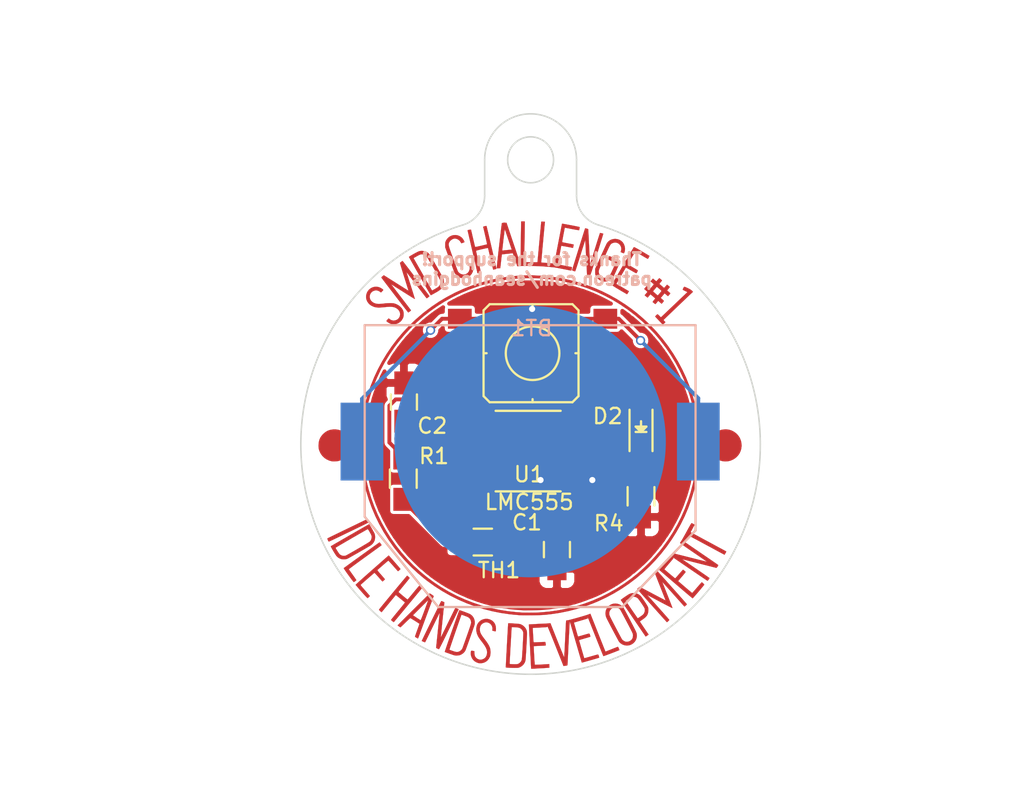
<source format=kicad_pcb>
(kicad_pcb (version 4) (host pcbnew 4.0.4-stable)
  (layers (0 F.Cu signal) (31 B.Cu signal) (34 B.Paste user) (35 F.Paste user) (36 B.SilkS user) (37 F.SilkS user) (38 B.Mask user) (39 F.Mask user) (44 Edge.Cuts user))
  (net 0 "")
  (net 1 GND)
  (net 2 +BATT)
  (net 3 "Net-(C1-Pad1)")
  (net 4 "Net-(C2-Pad1)")
  (net 5 "Net-(D2-Pad2)")
  (net 6 "Net-(D2-Pad1)")
  (net 7 "Net-(R1-Pad2)")
  (net 8 "Net-(R1-Pad1)")
  (module Capacitors_SMD:C_0805_HandSoldering (layer F.Cu) (at 132.79 100.11 270)
    (fp_text reference C1 (at -1.77 1.96 360) (layer F.SilkS))
    (fp_text value 47uF hide)
    (pad 1 smd rect (at -1.25 0 270) (size 1.5 1.25) (layers F.Cu F.Paste F.Mask) (net 3 "Net-(C1-Pad1)"))
    (pad 2 smd rect (at 1.25 0 270) (size 1.5 1.25) (layers F.Cu F.Paste F.Mask) (net 1 GND))
  )
  (module Capacitors_SMD:C_0805_HandSoldering (layer F.Cu) (at 122.8 90.48 90)
    (fp_text reference C2 (at -1.55 1.85 180) (layer F.SilkS))
    (fp_text value 10nF hide)
    (pad 1 smd rect (at -1.25 0 90) (size 1.5 1.25) (layers F.Cu F.Paste F.Mask) (net 4 "Net-(C2-Pad1)"))
    (pad 2 smd rect (at 1.25 0 90) (size 1.5 1.25) (layers F.Cu F.Paste F.Mask) (net 1 GND))
  )
  (module Resistors_SMD:R_0805_HandSoldering (layer F.Cu) (at 122.76 95.48 270)
    (fp_text reference R1 (at -1.47 -2 360) (layer F.SilkS))
    (fp_text value 15K hide)
    (pad 1 smd rect (at -1.35 0 270) (size 1.5 1.3) (layers F.Cu F.Paste F.Mask) (net 8 "Net-(R1-Pad1)"))
    (pad 2 smd rect (at 1.35 0 270) (size 1.5 1.3) (layers F.Cu F.Paste F.Mask) (net 7 "Net-(R1-Pad2)"))
  )
  (module Resistors_SMD:R_0805_HandSoldering (layer F.Cu) (at 127.95 99.62)
    (fp_text reference TH1 (at 1.06 1.84) (layer F.SilkS))
    (fp_text value TH_PTH hide)
    (pad 1 smd rect (at -1.35 0) (size 1.5 1.3) (layers F.Cu F.Paste F.Mask) (net 7 "Net-(R1-Pad2)"))
    (pad 2 smd rect (at 1.35 0) (size 1.5 1.3) (layers F.Cu F.Paste F.Mask) (net 3 "Net-(C1-Pad1)"))
  )
  (module idlehands_footprints:Button_CKN9112CT-ND (layer F.Cu) (at 131.2 87.29 180)
    (fp_text reference SW1 hide)
    (fp_text value SPST hide)
    (pad 1 smd rect (at 4.75 2.25 180) (size 1.55 1.3) (layers F.Cu F.Paste F.Mask) (net 2 +BATT))
    (pad 2 smd rect (at 4.75 -2.25 180) (size 1.55 1.3) (layers F.Cu F.Paste F.Mask) (net 8 "Net-(R1-Pad1)"))
    (pad 2 smd rect (at -4.75 -2.25 180) (size 1.55 1.3) (layers F.Cu F.Paste F.Mask) (net 8 "Net-(R1-Pad1)"))
    (pad 1 smd rect (at -4.75 2.25 180) (size 1.55 1.3) (layers F.Cu F.Paste F.Mask) (net 2 +BATT))
  )
  (module LEDs:LED-0805 (layer F.Cu) (at 138.28 92.08 90)
    (fp_text reference D2 (at 0.68 -2.18 180) (layer F.SilkS))
    (fp_text value LED hide)
    (pad 2 smd rect (at 1.04902 0 270) (size 1.19888 1.19888) (layers F.Cu F.Paste F.Mask) (net 5 "Net-(D2-Pad2)"))
    (pad 1 smd rect (at -1.04902 0 270) (size 1.19888 1.19888) (layers F.Cu F.Paste F.Mask) (net 6 "Net-(D2-Pad1)"))
  )
  (module Resistors_SMD:R_0805_HandSoldering (layer F.Cu) (at 138.28 96.63 270)
    (fp_text reference R4 (at 1.77 2.11 360) (layer F.SilkS))
    (fp_text value 1K hide)
    (pad 1 smd rect (at -1.35 0 270) (size 1.5 1.3) (layers F.Cu F.Paste F.Mask) (net 6 "Net-(D2-Pad1)"))
    (pad 2 smd rect (at 1.35 0 270) (size 1.5 1.3) (layers F.Cu F.Paste F.Mask) (net 1 GND))
  )
  (module idlehands_footprints:LMC555CMX (layer F.Cu) (at 130.91 93.68 180)
    (fp_text reference U1 (at -0.07 -1.52 180) (layer F.SilkS))
    (fp_text value LMC555 (at -0.07 -3.33 360) (layer F.SilkS))
    (pad 1 smd rect (at -2.4638 -1.905 180) (size 1.9812 0.5588) (layers F.Cu F.Paste F.Mask) (net 1 GND))
    (pad 2 smd rect (at -2.4638 -0.635 180) (size 1.9812 0.5588) (layers F.Cu F.Paste F.Mask) (net 3 "Net-(C1-Pad1)"))
    (pad 3 smd rect (at -2.4638 0.635 180) (size 1.9812 0.5588) (layers F.Cu F.Paste F.Mask) (net 5 "Net-(D2-Pad2)"))
    (pad 4 smd rect (at -2.4638 1.905 180) (size 1.9812 0.5588) (layers F.Cu F.Paste F.Mask) (net 8 "Net-(R1-Pad1)"))
    (pad 5 smd rect (at 2.4638 1.905 180) (size 1.9812 0.5588) (layers F.Cu F.Paste F.Mask) (net 4 "Net-(C2-Pad1)"))
    (pad 6 smd rect (at 2.4638 0.635 180) (size 1.9812 0.5588) (layers F.Cu F.Paste F.Mask) (net 3 "Net-(C1-Pad1)"))
    (pad 7 smd rect (at 2.4638 -0.635 180) (size 1.9812 0.5588) (layers F.Cu F.Paste F.Mask) (net 7 "Net-(R1-Pad2)"))
    (pad 8 smd rect (at 2.4638 -1.905 180) (size 1.9812 0.5588) (layers F.Cu F.Paste F.Mask) (net 8 "Net-(R1-Pad1)"))
  )
  (module idlehands_footprints:CoinCellHolder_SM (layer B.Cu) (at 131.04 93.06 180)
    (fp_text reference BT1 (at -0.1 7.4 180) (layer B.SilkS) (effects (justify mirror)))
    (fp_text value Battery)
    (pad 2 smd rect (at -10.98 0 180) (size 2.79 5.08) (layers B.Cu B.Paste B.Mask) (net 2 +BATT))
    (pad 1 smd circle (at 0 0 180) (size 17.72 17.72) (layers B.Cu B.Paste B.Mask) (net 1 GND))
    (pad 2 smd rect (at 10.98 0 180) (size 2.79 5.08) (layers B.Cu B.Paste B.Mask) (net 2 +BATT))
  )
  (module smd_challenge:smdc1_cu (layer F.Cu) (at 123.2 90.72)
    (fp_text reference LogoCu hide)
    (fp_text value CU hide)
    (fp_poly (pts (xy 11.778712 13.59484) (xy 11.795653 13.636958) (xy 11.822576 13.704288) (xy 11.858617 13.794657) (xy 11.902913 13.905893) (xy 11.954598 14.035826) (xy 12.012809 14.182282) (xy 12.076683 14.343092) (xy 12.145355 14.516082) (xy 12.21796 14.699082) (xy 12.263542 14.814017) (xy 12.338147 15.002106) (xy 12.40937 15.181555) (xy 12.476346 15.350188) (xy 12.538207 15.505827) (xy 12.594085 15.646294) (xy 12.643114 15.76941) (xy 12.684426 15.872998) (xy 12.717155 15.954879) (xy 12.740433 16.012877) (xy 12.753393 16.044813) (xy 12.755858 16.050561) (xy 12.771014 16.046145) (xy 12.811812 16.031316) (xy 12.874412 16.007551) (xy 12.954975 15.976326) (xy 13.049658 15.939116) (xy 13.154623 15.897397) (xy 13.159155 15.895586) (xy 13.265121 15.853429) (xy 13.361558 15.815445) (xy 13.444492 15.783169) (xy 13.509953 15.758134) (xy 13.553966 15.741874) (xy 13.572561 15.735923) (xy 13.572662 15.73592) (xy 13.583647 15.749159) (xy 13.601727 15.782933) (xy 13.622999 15.828325) (xy 13.643562 15.876421) (xy 13.659514 15.918304) (xy 13.666952 15.945058) (xy 13.666322 15.949933) (xy 13.645092 15.96055) (xy 13.599183 15.980122) (xy 13.532713 16.007088) (xy 13.449801 16.039889) (xy 13.354564 16.076967) (xy 13.251119 16.116761) (xy 13.143586 16.157713) (xy 13.036081 16.198262) (xy 12.932723 16.23685) (xy 12.83763 16.271918) (xy 12.754919 16.301905) (xy 12.688708 16.325253) (xy 12.643115 16.340402) (xy 12.622259 16.345793) (xy 12.621448 16.345605) (xy 12.613927 16.329111) (xy 12.595587 16.285192) (xy 12.567287 16.215989) (xy 12.529885 16.123642) (xy 12.484242 16.010294) (xy 12.431215 15.878086) (xy 12.371663 15.72916) (xy 12.306447 15.565655) (xy 12.236425 15.389715) (xy 12.162456 15.203481) (xy 12.094994 15.033318) (xy 12.018477 14.840298) (xy 11.945317 14.656032) (xy 11.876356 14.482623) (xy 11.812436 14.322176) (xy 11.754398 14.176792) (xy 11.703084 14.048576) (xy 11.659336 13.939631) (xy 11.623995 13.85206) (xy 11.597904 13.787967) (xy 11.581902 13.749454) (xy 11.576828 13.738399) (xy 11.578086 13.754539) (xy 11.585636 13.790849) (xy 11.590249 13.809751) (xy 11.598843 13.852701) (xy 11.600295 13.881313) (xy 11.598539 13.886233) (xy 11.581559 13.892749) (xy 11.537918 13.906812) (xy 11.471522 13.927241) (xy 11.386278 13.952852) (xy 11.286092 13.982462) (xy 11.174871 14.014889) (xy 11.14743 14.022826) (xy 11.034476 14.055526) (xy 10.931874 14.08538) (xy 10.843477 14.111255) (xy 10.773135 14.132019) (xy 10.7247 14.146537) (xy 10.702022 14.153679) (xy 10.700834 14.154174) (xy 10.704019 14.16955) (xy 10.71483 14.210851) (xy 10.731954 14.273493) (xy 10.754077 14.352895) (xy 10.779888 14.444474) (xy 10.808074 14.543646) (xy 10.83732 14.64583) (xy 10.866316 14.746443) (xy 10.893748 14.840902) (xy 10.918303 14.924625) (xy 10.938668 14.993028) (xy 10.953531 15.041529) (xy 10.961579 15.065547) (xy 10.962391 15.067213) (xy 10.978536 15.064928) (xy 11.020783 15.054776) (xy 11.084758 15.037924) (xy 11.166083 15.015541) (xy 11.260383 14.988796) (xy 11.313375 14.973472) (xy 11.414494 14.944337) (xy 11.506567 14.918369) (xy 11.584807 14.896875) (xy 11.644428 14.881158) (xy 11.680644 14.872523) (xy 11.688301 14.871277) (xy 11.70726 14.877784) (xy 11.724527 14.903249) (xy 11.743431 14.953118) (xy 11.74897 14.970578) (xy 11.763858 15.022631) (xy 11.772638 15.061399) (xy 11.773442 15.078288) (xy 11.756888 15.084386) (xy 11.714051 15.097863) (xy 11.649235 15.117431) (xy 11.566741 15.141802) (xy 11.470873 15.169687) (xy 11.402868 15.189246) (xy 11.300653 15.21868) (xy 11.209063 15.245366) (xy 11.132382 15.268031) (xy 11.074896 15.2854) (xy 11.04089 15.2962) (xy 11.033393 15.299105) (xy 11.036462 15.314912) (xy 11.047362 15.35718) (xy 11.06493 15.42188) (xy 11.088007 15.504982) (xy 11.115432 15.602455) (xy 11.146044 15.710269) (xy 11.178684 15.824395) (xy 11.212192 15.940802) (xy 11.245405 16.055459) (xy 11.277165 16.164337) (xy 11.30631 16.263406) (xy 11.331681 16.348636) (xy 11.352116 16.415995) (xy 11.366456 16.461455) (xy 11.37354 16.480984) (xy 11.373803 16.481354) (xy 11.390247 16.478906) (xy 11.433254 16.468571) (xy 11.49888 16.451404) (xy 11.583184 16.428464) (xy 11.682221 16.400809) (xy 11.79205 16.369494) (xy 11.807666 16.364993) (xy 11.920059 16.332753) (xy 12.023437 16.303477) (xy 12.113584 16.27833) (xy 12.186283 16.258474) (xy 12.237319 16.245075) (xy 12.262474 16.239296) (xy 12.263405 16.239182) (xy 12.281827 16.245031) (xy 12.298479 16.269841) (xy 12.316602 16.319033) (xy 12.322276 16.337558) (xy 12.33659 16.389719) (xy 12.344908 16.428565) (xy 12.345476 16.445428) (xy 12.328484 16.451942) (xy 12.285267 16.465692) (xy 12.219954 16.4855) (xy 12.136676 16.510189) (xy 12.039561 16.538581) (xy 11.932739 16.569498) (xy 11.820339 16.601763) (xy 11.706492 16.634198) (xy 11.595326 16.665626) (xy 11.490971 16.694868) (xy 11.397556 16.720748) (xy 11.319211 16.742087) (xy 11.260066 16.757708) (xy 11.224249 16.766434) (xy 11.215195 16.767761) (xy 11.209905 16.751847) (xy 11.196464 16.707586) (xy 11.175516 16.637178) (xy 11.147704 16.542827) (xy 11.11367 16.426734) (xy 11.074059 16.2911) (xy 11.029513 16.138128) (xy 10.980675 15.970018) (xy 10.928189 15.788974) (xy 10.872698 15.597197) (xy 10.823238 15.42597) (xy 10.765624 15.226608) (xy 10.710401 15.036) (xy 10.658219 14.856357) (xy 10.609726 14.689894) (xy 10.565571 14.538821) (xy 10.526404 14.405352) (xy 10.492874 14.291699) (xy 10.465628 14.200074) (xy 10.445318 14.132691) (xy 10.432591 14.09176) (xy 10.428217 14.079417) (xy 10.426056 14.093226) (xy 10.422536 14.136577) (xy 10.417779 14.207257) (xy 10.411907 14.303053) (xy 10.405044 14.421751) (xy 10.397313 14.561138) (xy 10.388834 14.719002) (xy 10.379733 14.893128) (xy 10.37013 15.081305) (xy 10.360149 15.281318) (xy 10.349912 15.490954) (xy 10.349379 15.502008) (xy 10.339158 15.712645) (xy 10.32927 15.914177) (xy 10.31983 16.104345) (xy 10.310957 16.280892) (xy 10.302766 16.441561) (xy 10.295376 16.584095) (xy 10.288902 16.706237) (xy 10.283463 16.80573) (xy 10.279175 16.880316) (xy 10.276156 16.927739) (xy 10.274522 16.945741) (xy 10.274492 16.945808) (xy 10.256807 16.953282) (xy 10.217677 16.961761) (xy 10.186738 16.96652) (xy 10.130026 16.974597) (xy 10.079707 16.982677) (xy 10.062383 16.985865) (xy 10.020088 16.994324) (xy 9.49637 15.678016) (xy 9.393863 15.420969) (xy 9.302254 15.192496) (xy 9.221597 14.992728) (xy 9.151946 14.821794) (xy 9.093354 14.679822) (xy 9.045875 14.566943) (xy 9.009562 14.483284) (xy 8.984469 14.428977) (xy 8.970649 14.404148) (xy 8.967755 14.403708) (xy 8.965447 14.417804) (xy 8.960047 14.42931) (xy 8.948403 14.43867) (xy 8.927361 14.446333) (xy 8.89377 14.452744) (xy 8.844478 14.458349) (xy 8.776332 14.463594) (xy 8.686179 14.468926) (xy 8.570868 14.474792) (xy 8.427247 14.481637) (xy 8.412359 14.482338) (xy 8.011013 14.501238) (xy 8.011114 14.54239) (xy 8.012101 14.581153) (xy 8.014735 14.642832) (xy 8.018719 14.722544) (xy 8.023753 14.815409) (xy 8.029541 14.916544) (xy 8.035782 15.021067) (xy 8.04218 15.124098) (xy 8.048434 15.220754) (xy 8.054248 15.306154) (xy 8.059322 15.375416) (xy 8.063358 15.423658) (xy 8.066059 15.445999) (xy 8.066407 15.446924) (xy 8.083683 15.448195) (xy 8.128211 15.447794) (xy 8.195505 15.445868) (xy 8.281081 15.442561) (xy 8.380453 15.438018) (xy 8.448758 15.434553) (xy 8.55468 15.429363) (xy 8.649765 15.425437) (xy 8.729503 15.422901) (xy 8.789382 15.42188) (xy 8.824892 15.422502) (xy 8.83273 15.423802) (xy 8.838282 15.443076) (xy 8.844278 15.485088) (xy 8.84944 15.540833) (xy 8.849535 15.542146) (xy 8.85736 15.65151) (xy 8.692478 15.661599) (xy 8.610996 15.666333) (xy 8.510429 15.671801) (xy 8.403451 15.677331) (xy 8.302737 15.682252) (xy 8.301095 15.682329) (xy 8.074593 15.69297) (xy 8.075303 15.766103) (xy 8.076541 15.814908) (xy 8.079377 15.886038) (xy 8.083553 15.97516) (xy 8.088812 16.077938) (xy 8.094894 16.190038) (xy 8.101542 16.307125) (xy 8.108497 16.424864) (xy 8.1155 16.538921) (xy 8.122293 16.64496) (xy 8.128618 16.738648) (xy 8.134217 16.815649) (xy 8.13883 16.871628) (xy 8.142201 16.902251) (xy 8.14329 16.906661) (xy 8.160822 16.90829) (xy 8.205116 16.908331) (xy 8.271198 16.906995) (xy 8.35409 16.904491) (xy 8.448817 16.901028) (xy 8.550402 16.896815) (xy 8.653871 16.892062) (xy 8.754246 16.886977) (xy 8.846551 16.881771) (xy 8.925812 16.876651) (xy 8.98705 16.871828) (xy 8.99911 16.870678) (xy 9.089146 16.861649) (xy 9.094856 16.97829) (xy 9.097148 17.03561) (xy 9.097918 17.079072) (xy 9.097035 17.100288) (xy 9.096788 17.100981) (xy 9.080825 17.103065) (xy 9.037467 17.106542) (xy 8.971067 17.111162) (xy 8.885976 17.116673) (xy 8.786547 17.122826) (xy 8.677132 17.129371) (xy 8.562083 17.136055) (xy 8.445752 17.142631) (xy 8.332493 17.148846) (xy 8.226656 17.15445) (xy 8.132595 17.159193) (xy 8.054661 17.162825) (xy 7.997208 17.165095) (xy 7.971276 17.165743) (xy 7.907697 17.166448) (xy 7.832323 15.725192) (xy 7.821332 15.514199) (xy 7.810906 15.312419) (xy 7.801155 15.122089) (xy 7.792191 14.945448) (xy 7.784124 14.784732) (xy 7.777064 14.642181) (xy 7.771123 14.520033) (xy 7.766412 14.420524) (xy 7.76304 14.345894) (xy 7.762367 14.329224) (xy 8.948811 14.329224) (xy 8.956758 14.337171) (xy 8.964705 14.329224) (xy 8.956758 14.321276) (xy 8.948811 14.329224) (xy 7.762367 14.329224) (xy 7.76112 14.298381) (xy 7.760761 14.280221) (xy 7.760796 14.280108) (xy 7.77707 14.278256) (xy 7.820807 14.275073) (xy 7.887718 14.270791) (xy 7.973513 14.265644) (xy 8.073905 14.259866) (xy 8.184603 14.253691) (xy 8.301321 14.247351) (xy 8.419768 14.24108) (xy 8.535657 14.235113) (xy 8.644698 14.229681) (xy 8.742602 14.22502) (xy 8.825081 14.221363) (xy 8.877284 14.219309) (xy 8.954999 14.215784) (xy 9.02656 14.211216) (xy 9.082528 14.206278) (xy 9.107759 14.202891) (xy 9.163391 14.192732) (xy 9.608326 15.313339) (xy 9.679495 15.492137) (xy 9.747388 15.661838) (xy 9.811086 15.820198) (xy 9.86967 15.964973) (xy 9.922221 16.09392) (xy 9.967822 16.204794) (xy 10.005552 16.295353) (xy 10.034493 16.363352) (xy 10.053727 16.406548) (xy 10.062334 16.422696) (xy 10.062618 16.422699) (xy 10.064915 16.405323) (xy 10.068496 16.358792) (xy 10.073221 16.285709) (xy 10.078945 16.188676) (xy 10.085526 16.070297) (xy 10.092822 15.933174) (xy 10.10069 15.779909) (xy 10.108987 15.613107) (xy 10.117572 15.435368) (xy 10.12289 15.322653) (xy 10.131664 15.136385) (xy 10.140232 14.957077) (xy 10.148448 14.787639) (xy 10.156165 14.630984) (xy 10.163236 14.490023) (xy 10.169514 14.367668) (xy 10.174853 14.266831) (xy 10.179105 14.190422) (xy 10.182124 14.141354) (xy 10.183152 14.127672) (xy 10.1925 14.02149) (xy 10.305793 14.004583) (xy 10.352767 13.995327) (xy 10.425611 13.97812) (xy 10.519773 13.954246) (xy 10.630703 13.924985) (xy 10.753851 13.891621) (xy 10.884665 13.855436) (xy 11.018596 13.817712) (xy 11.151093 13.779732) (xy 11.277605 13.742777) (xy 11.393582 13.708131) (xy 11.415527 13.701376) (xy 11.555569 13.701376) (xy 11.561385 13.71446) (xy 11.566166 13.711973) (xy 11.568068 13.693109) (xy 11.566166 13.69078) (xy 11.556716 13.692962) (xy 11.555569 13.701376) (xy 11.415527 13.701376) (xy 11.494474 13.677075) (xy 11.575729 13.650891) (xy 11.632798 13.630863) (xy 11.635043 13.630005) (xy 11.694543 13.607428) (xy 11.741251 13.590286) (xy 11.768441 13.58102) (xy 11.772617 13.580104) (xy 11.778712 13.59484)) (layer F.Cu) (width 0.01))
    (fp_poly (pts (xy 6.47026 14.201282) (xy 6.536987 14.203971) (xy 6.621866 14.208094) (xy 6.720375 14.213457) (xy 6.779984 14.216939) (xy 6.928712 14.226853) (xy 7.046793 14.237006) (xy 7.135369 14.247522) (xy 7.195582 14.258527) (xy 7.21627 14.264558) (xy 7.327823 14.319221) (xy 7.430704 14.396837) (xy 7.517641 14.490631) (xy 7.581356 14.593826) (xy 7.589501 14.612167) (xy 7.602031 14.6432) (xy 7.612489 14.673169) (xy 7.620895 14.704826) (xy 7.62727 14.740922) (xy 7.631635 14.784211) (xy 7.634009 14.837445) (xy 7.634413 14.903376) (xy 7.632868 14.984757) (xy 7.629395 15.08434) (xy 7.624013 15.204878) (xy 7.616742 15.349123) (xy 7.607605 15.519827) (xy 7.597596 15.702063) (xy 7.588158 15.86871) (xy 7.578717 16.027373) (xy 7.569491 16.174926) (xy 7.560695 16.308243) (xy 7.552546 16.424198) (xy 7.545261 16.519667) (xy 7.539057 16.591523) (xy 7.534151 16.636641) (xy 7.531911 16.649608) (xy 7.481232 16.779941) (xy 7.404108 16.894583) (xy 7.303434 16.990079) (xy 7.18767 17.060369) (xy 7.142897 17.080844) (xy 7.10509 17.094957) (xy 7.066538 17.103976) (xy 7.019533 17.109171) (xy 6.956364 17.111808) (xy 6.869322 17.113156) (xy 6.866583 17.113186) (xy 6.762478 17.113001) (xy 6.646337 17.110675) (xy 6.533743 17.10662) (xy 6.455717 17.102342) (xy 6.380199 17.096769) (xy 6.316988 17.091174) (xy 6.27241 17.086182) (xy 6.252792 17.082422) (xy 6.252515 17.082219) (xy 6.252373 17.065778) (xy 6.253903 17.02033) (xy 6.256957 16.948607) (xy 6.261386 16.853339) (xy 6.262473 16.831016) (xy 6.501001 16.831016) (xy 6.505191 16.849462) (xy 6.522622 16.860202) (xy 6.560589 16.866235) (xy 6.592396 16.868604) (xy 6.710311 16.874487) (xy 6.818038 16.876956) (xy 6.910149 16.87606) (xy 6.981215 16.871845) (xy 7.024253 16.864822) (xy 7.11544 16.823036) (xy 7.195884 16.756053) (xy 7.259357 16.670143) (xy 7.293008 16.594242) (xy 7.297834 16.566179) (xy 7.303811 16.510119) (xy 7.310733 16.429728) (xy 7.318398 16.32867) (xy 7.326604 16.210611) (xy 7.335147 16.079214) (xy 7.343824 15.938145) (xy 7.352433 15.791068) (xy 7.360769 15.641647) (xy 7.368631 15.493548) (xy 7.375815 15.350436) (xy 7.382117 15.215974) (xy 7.387336 15.093828) (xy 7.391269 14.987662) (xy 7.393711 14.901141) (xy 7.39446 14.83793) (xy 7.393313 14.801693) (xy 7.392586 14.796704) (xy 7.352812 14.690054) (xy 7.286671 14.599367) (xy 7.19731 14.528798) (xy 7.183729 14.521087) (xy 7.148259 14.503327) (xy 7.112813 14.490267) (xy 7.070588 14.480608) (xy 7.014785 14.473049) (xy 6.938602 14.466287) (xy 6.872421 14.461532) (xy 6.79035 14.45632) (xy 6.720303 14.452647) (xy 6.668027 14.450754) (xy 6.639274 14.450881) (xy 6.63559 14.451601) (xy 6.634017 14.467709) (xy 6.630885 14.512558) (xy 6.626364 14.583147) (xy 6.620624 14.676472) (xy 6.613835 14.789532) (xy 6.606166 14.919326) (xy 6.597787 15.062852) (xy 6.588869 15.217107) (xy 6.57958 15.37909) (xy 6.57009 15.545799) (xy 6.560571 15.714232) (xy 6.55119 15.881388) (xy 6.542118 16.044264) (xy 6.533525 16.199858) (xy 6.525581 16.34517) (xy 6.518455 16.477196) (xy 6.512318 16.592935) (xy 6.507338 16.689385) (xy 6.503686 16.763545) (xy 6.501532 16.812412) (xy 6.501001 16.831016) (xy 6.262473 16.831016) (xy 6.267042 16.737259) (xy 6.273774 16.603096) (xy 6.281436 16.453582) (xy 6.289878 16.291448) (xy 6.298952 16.119424) (xy 6.308508 15.940243) (xy 6.318399 15.756635) (xy 6.328476 15.571332) (xy 6.338589 15.387063) (xy 6.34859 15.206561) (xy 6.358331 15.032556) (xy 6.367663 14.867779) (xy 6.376437 14.714962) (xy 6.384505 14.576836) (xy 6.391718 14.456131) (xy 6.397926 14.355579) (xy 6.402983 14.277911) (xy 6.406738 14.225858) (xy 6.409043 14.20215) (xy 6.409362 14.200984) (xy 6.42621 14.200221) (xy 6.47026 14.201282)) (layer F.Cu) (width 0.01))
    (fp_poly (pts (xy 5.067358 13.91524) (xy 5.196505 13.946062) (xy 5.319651 14.004036) (xy 5.397116 14.058823) (xy 5.487796 14.153179) (xy 5.553989 14.266419) (xy 5.594669 14.395979) (xy 5.608813 14.539292) (xy 5.607662 14.585852) (xy 5.603481 14.64761) (xy 5.598422 14.696318) (xy 5.593384 14.723942) (xy 5.591882 14.727058) (xy 5.573178 14.727901) (xy 5.532555 14.721662) (xy 5.478744 14.70969) (xy 5.477843 14.709464) (xy 5.372637 14.683037) (xy 5.382201 14.601499) (xy 5.38113 14.495609) (xy 5.351178 14.394416) (xy 5.304696 14.312165) (xy 5.232071 14.231736) (xy 5.142957 14.175017) (xy 5.043211 14.143506) (xy 4.938694 14.138697) (xy 4.835263 14.162088) (xy 4.792302 14.181334) (xy 4.694137 14.247505) (xy 4.622692 14.329874) (xy 4.577182 14.429799) (xy 4.556821 14.548644) (xy 4.555487 14.591489) (xy 4.558781 14.668373) (xy 4.570271 14.740557) (xy 4.592042 14.81231) (xy 4.626176 14.887901) (xy 4.674757 14.971601) (xy 4.739867 15.06768) (xy 4.823589 15.180407) (xy 4.87549 15.247429) (xy 4.997389 15.410465) (xy 5.093947 15.555664) (xy 5.165621 15.683766) (xy 5.212864 15.795516) (xy 5.215003 15.801937) (xy 5.239433 15.904192) (xy 5.252515 16.020391) (xy 5.254246 16.140384) (xy 5.244623 16.254022) (xy 5.223644 16.351157) (xy 5.215153 16.375517) (xy 5.147268 16.5109) (xy 5.059201 16.62263) (xy 4.952549 16.709496) (xy 4.828909 16.770284) (xy 4.689878 16.803783) (xy 4.644876 16.808368) (xy 4.567228 16.809217) (xy 4.491792 16.802261) (xy 4.45851 16.795685) (xy 4.321509 16.745412) (xy 4.203264 16.670671) (xy 4.106038 16.573871) (xy 4.032093 16.457417) (xy 3.983691 16.323719) (xy 3.974504 16.280687) (xy 3.966335 16.209019) (xy 3.965626 16.134258) (xy 3.971808 16.066742) (xy 3.984309 16.016808) (xy 3.989667 16.006043) (xy 4.003175 15.995941) (xy 4.030737 15.994195) (xy 4.079426 16.000744) (xy 4.103127 16.005052) (xy 4.204192 16.024117) (xy 4.204192 16.154205) (xy 4.20996 16.253909) (xy 4.229654 16.333061) (xy 4.26686 16.401172) (xy 4.320791 16.463411) (xy 4.406915 16.528479) (xy 4.504773 16.566952) (xy 4.6087 16.578841) (xy 4.713035 16.564157) (xy 4.812113 16.522914) (xy 4.893038 16.462211) (xy 4.953501 16.390065) (xy 4.99543 16.304157) (xy 5.022214 16.19998) (xy 5.031694 16.100905) (xy 5.023042 16.001077) (xy 4.994927 15.897123) (xy 4.946017 15.785665) (xy 4.874981 15.663332) (xy 4.780487 15.526746) (xy 4.730286 15.460162) (xy 4.652223 15.358334) (xy 4.5908 15.276833) (xy 4.542883 15.211096) (xy 4.505337 15.156559) (xy 4.475027 15.108659) (xy 4.448819 15.062832) (xy 4.423577 15.014516) (xy 4.422022 15.011432) (xy 4.363224 14.864489) (xy 4.330548 14.712447) (xy 4.324126 14.560637) (xy 4.344095 14.414389) (xy 4.390588 14.279034) (xy 4.402906 14.254075) (xy 4.47939 14.139395) (xy 4.575207 14.046893) (xy 4.686134 13.977397) (xy 4.80795 13.931737) (xy 4.936432 13.910741) (xy 5.067358 13.91524)) (layer F.Cu) (width 0.01))
    (fp_poly (pts (xy 3.231154 13.351122) (xy 3.23473 13.351689) (xy 3.262801 13.357392) (xy 3.314771 13.373119) (xy 3.385142 13.396797) (xy 3.468414 13.426354) (xy 3.55909 13.459717) (xy 3.65167 13.494813) (xy 3.740655 13.529571) (xy 3.820546 13.561917) (xy 3.885845 13.589779) (xy 3.931053 13.611085) (xy 3.946272 13.619876) (xy 4.055275 13.711642) (xy 4.13638 13.817027) (xy 4.191571 13.938806) (xy 4.203597 13.979815) (xy 4.224514 14.101938) (xy 4.224344 14.219957) (xy 4.210678 14.297434) (xy 4.199388 14.334427) (xy 4.178863 14.396756) (xy 4.150351 14.480908) (xy 4.115102 14.583367) (xy 4.074362 14.700619) (xy 4.029382 14.829149) (xy 3.981409 14.965442) (xy 3.931692 15.105983) (xy 3.881479 15.247257) (xy 3.83202 15.385749) (xy 3.784562 15.517945) (xy 3.740354 15.640331) (xy 3.700645 15.74939) (xy 3.666684 15.841608) (xy 3.639718 15.91347) (xy 3.620996 15.961463) (xy 3.613101 15.979707) (xy 3.547164 16.078604) (xy 3.456915 16.166644) (xy 3.349562 16.23708) (xy 3.325217 16.249145) (xy 3.263936 16.275358) (xy 3.209093 16.291427) (xy 3.147508 16.300275) (xy 3.075657 16.304469) (xy 3.023608 16.306057) (xy 2.980611 16.305432) (xy 2.940335 16.301226) (xy 2.896448 16.29207) (xy 2.842619 16.276594) (xy 2.772515 16.253429) (xy 2.679806 16.221206) (xy 2.66239 16.215096) (xy 2.571121 16.183068) (xy 2.486485 16.15337) (xy 2.414603 16.128149) (xy 2.361593 16.109553) (xy 2.336545 16.100769) (xy 2.296724 16.08519) (xy 2.270915 16.072158) (xy 2.268876 16.070605) (xy 2.272238 16.054366) (xy 2.285491 16.010334) (xy 2.307898 15.940677) (xy 2.312257 15.927507) (xy 2.570279 15.927507) (xy 2.570337 15.928385) (xy 2.589286 15.93784) (xy 2.632625 15.955101) (xy 2.694563 15.977988) (xy 2.76931 16.00432) (xy 2.797569 16.013994) (xy 2.900439 16.047352) (xy 2.980861 16.068644) (xy 3.045617 16.078301) (xy 3.101489 16.076753) (xy 3.15526 16.064431) (xy 3.213712 16.041766) (xy 3.216356 16.040601) (xy 3.289599 15.996469) (xy 3.357095 15.935297) (xy 3.40665 15.868305) (xy 3.409593 15.8628) (xy 3.419201 15.839518) (xy 3.438233 15.789208) (xy 3.465616 15.714847) (xy 3.500274 15.619412) (xy 3.541133 15.505882) (xy 3.587119 15.377234) (xy 3.637159 15.236446) (xy 3.690177 15.086495) (xy 3.711132 15.027019) (xy 3.774287 14.84714) (xy 3.827439 14.694609) (xy 3.871393 14.56688) (xy 3.906956 14.461406) (xy 3.934931 14.375639) (xy 3.956125 14.307033) (xy 3.971343 14.25304) (xy 3.98139 14.211113) (xy 3.987073 14.178706) (xy 3.989195 14.15327) (xy 3.989263 14.14742) (xy 3.974179 14.038451) (xy 3.931979 13.939776) (xy 3.865904 13.856835) (xy 3.779198 13.795066) (xy 3.779133 13.795032) (xy 3.74601 13.780111) (xy 3.694412 13.759259) (xy 3.630867 13.73485) (xy 3.561904 13.709255) (xy 3.49405 13.684847) (xy 3.433836 13.663998) (xy 3.387789 13.649081) (xy 3.362438 13.642467) (xy 3.359619 13.642592) (xy 3.351947 13.659816) (xy 3.33511 13.704078) (xy 3.310082 13.772556) (xy 3.277838 13.862427) (xy 3.239353 13.970866) (xy 3.195601 14.095051) (xy 3.147558 14.232158) (xy 3.096199 14.379365) (xy 3.042498 14.533848) (xy 2.98743 14.692783) (xy 2.931969 14.853348) (xy 2.877092 15.012719) (xy 2.823773 15.168073) (xy 2.772986 15.316587) (xy 2.725706 15.455438) (xy 2.682909 15.581802) (xy 2.645569 15.692856) (xy 2.614661 15.785776) (xy 2.59116 15.857741) (xy 2.576041 15.905925) (xy 2.570279 15.927507) (xy 2.312257 15.927507) (xy 2.338722 15.847562) (xy 2.377224 15.733158) (xy 2.422669 15.599631) (xy 2.474319 15.44915) (xy 2.531437 15.283882) (xy 2.593285 15.105995) (xy 2.659126 14.917656) (xy 2.718188 14.749527) (xy 2.801472 14.512933) (xy 2.874828 14.304534) (xy 2.938913 14.122549) (xy 2.994385 13.965198) (xy 3.041903 13.830699) (xy 3.082124 13.717273) (xy 3.115707 13.623139) (xy 3.143308 13.546516) (xy 3.165587 13.485623) (xy 3.183201 13.438681) (xy 3.196808 13.403909) (xy 3.207066 13.379525) (xy 3.214634 13.36375) (xy 3.220168 13.354803) (xy 3.224328 13.350903) (xy 3.22777 13.350269) (xy 3.231154 13.351122)) (layer F.Cu) (width 0.01))
    (fp_poly (pts (xy 2.103386 12.768814) (xy 2.146908 12.787948) (xy 2.243726 12.834223) (xy 2.234726 12.898244) (xy 2.23027 12.934073) (xy 2.223171 12.996423) (xy 2.213748 13.082194) (xy 2.202318 13.188284) (xy 2.189201 13.311593) (xy 2.174716 13.449018) (xy 2.159181 13.59746) (xy 2.142915 13.753816) (xy 2.126237 13.914986) (xy 2.109465 14.077868) (xy 2.092918 14.239362) (xy 2.076915 14.396366) (xy 2.061775 14.545779) (xy 2.047817 14.684501) (xy 2.035358 14.809429) (xy 2.024718 14.917463) (xy 2.016216 15.005502) (xy 2.01017 15.070444) (xy 2.006899 15.109189) (xy 2.006457 15.119184) (xy 2.013954 15.107543) (xy 2.034163 15.069581) (xy 2.065942 15.00759) (xy 2.108149 14.92386) (xy 2.159644 14.820684) (xy 2.219285 14.700352) (xy 2.285931 14.565157) (xy 2.35844 14.417391) (xy 2.435672 14.259343) (xy 2.47968 14.169007) (xy 2.559288 14.00565) (xy 2.634965 13.85081) (xy 2.705545 13.706842) (xy 2.769865 13.576101) (xy 2.826758 13.460944) (xy 2.87506 13.363725) (xy 2.913604 13.2868) (xy 2.941226 13.232525) (xy 2.95676 13.203255) (xy 2.959691 13.198688) (xy 2.97864 13.201385) (xy 3.018049 13.214972) (xy 3.069717 13.236589) (xy 3.074467 13.238731) (xy 3.17805 13.285698) (xy 3.068016 13.513406) (xy 2.936638 13.784919) (xy 2.809917 14.04609) (xy 2.68852 14.295573) (xy 2.573114 14.532025) (xy 2.464362 14.754102) (xy 2.362933 14.960462) (xy 2.269492 15.149759) (xy 2.184704 15.320651) (xy 2.109236 15.471793) (xy 2.043754 15.601843) (xy 1.988924 15.709456) (xy 1.945411 15.793288) (xy 1.913883 15.851996) (xy 1.895004 15.884237) (xy 1.889879 15.890359) (xy 1.86423 15.885348) (xy 1.821784 15.868805) (xy 1.788172 15.852657) (xy 1.744045 15.829553) (xy 1.713241 15.812932) (xy 1.704099 15.807532) (xy 1.704966 15.791477) (xy 1.708937 15.746311) (xy 1.715759 15.674539) (xy 1.72518 15.578661) (xy 1.736949 15.461179) (xy 1.750812 15.324598) (xy 1.766518 15.171417) (xy 1.783815 15.004141) (xy 1.80245 14.825271) (xy 1.819512 14.662566) (xy 1.839096 14.475619) (xy 1.857539 14.298062) (xy 1.874593 14.132399) (xy 1.890005 13.981139) (xy 1.903526 13.846786) (xy 1.914905 13.731847) (xy 1.923891 13.638829) (xy 1.930234 13.570237) (xy 1.933683 13.528579) (xy 1.934137 13.516198) (xy 1.926462 13.52918) (xy 1.906074 13.568447) (xy 1.87412 13.631675) (xy 1.831751 13.716541) (xy 1.780118 13.820724) (xy 1.720368 13.941898) (xy 1.653652 14.077743) (xy 1.58112 14.225934) (xy 1.50392 14.384149) (xy 1.462908 14.46839) (xy 1.383514 14.631431) (xy 1.308044 14.786106) (xy 1.23767 14.93003) (xy 1.173564 15.060824) (xy 1.116898 15.176103) (xy 1.068844 15.273487) (xy 1.030573 15.350592) (xy 1.003258 15.405037) (xy 0.988071 15.43444) (xy 0.985404 15.438991) (xy 0.966329 15.439251) (xy 0.926836 15.427858) (xy 0.875022 15.407215) (xy 0.868396 15.404247) (xy 0.763049 15.35648) (xy 0.832573 15.208434) (xy 0.86096 15.148609) (xy 0.90006 15.067136) (xy 0.948639 14.966533) (xy 1.00546 14.849322) (xy 1.069289 14.718019) (xy 1.13889 14.575145) (xy 1.213026 14.42322) (xy 1.290463 14.264761) (xy 1.369965 14.102288) (xy 1.450295 13.938321) (xy 1.530219 13.775378) (xy 1.608501 13.61598) (xy 1.683905 13.462644) (xy 1.755196 13.317891) (xy 1.821138 13.184239) (xy 1.880494 13.064208) (xy 1.932031 12.960316) (xy 1.974511 12.875084) (xy 2.0067 12.811029) (xy 2.027362 12.770673) (xy 2.035165 12.7566) (xy 2.058092 12.754712) (xy 2.103386 12.768814)) (layer F.Cu) (width 0.01))
    (fp_poly (pts (xy 13.535441 12.926675) (xy 13.660358 12.966139) (xy 13.774342 13.027161) (xy 13.870735 13.107263) (xy 13.913609 13.158239) (xy 13.931141 13.186234) (xy 13.961744 13.239571) (xy 14.003863 13.315368) (xy 14.055936 13.410743) (xy 14.116407 13.522815) (xy 14.183716 13.648703) (xy 14.256305 13.785525) (xy 14.332615 13.930401) (xy 14.373847 14.009105) (xy 14.463289 14.180419) (xy 14.538997 14.326142) (xy 14.602162 14.448756) (xy 14.65397 14.550741) (xy 14.69561 14.634576) (xy 14.728269 14.702743) (xy 14.753136 14.757723) (xy 14.771399 14.801995) (xy 14.784245 14.83804) (xy 14.792862 14.868338) (xy 14.798439 14.895371) (xy 14.798514 14.895814) (xy 14.807463 15.035876) (xy 14.788067 15.168294) (xy 14.74331 15.290346) (xy 14.676178 15.399312) (xy 14.589654 15.492471) (xy 14.486723 15.567102) (xy 14.37037 15.620485) (xy 14.243579 15.6499) (xy 14.109335 15.652625) (xy 13.991142 15.631802) (xy 13.864347 15.584346) (xy 13.75387 15.516128) (xy 13.665321 15.43088) (xy 13.641463 15.399058) (xy 13.626402 15.373797) (xy 13.598375 15.323604) (xy 13.559107 15.251739) (xy 13.510326 15.161462) (xy 13.453759 15.056031) (xy 13.39113 14.938706) (xy 13.324167 14.812746) (xy 13.254596 14.68141) (xy 13.184143 14.547958) (xy 13.114535 14.41565) (xy 13.047498 14.287743) (xy 12.984759 14.167498) (xy 12.928043 14.058174) (xy 12.879077 13.963031) (xy 12.839588 13.885326) (xy 12.837745 13.881662) (xy 12.784315 13.74418) (xy 12.759983 13.60653) (xy 12.762022 13.520926) (xy 13.004038 13.520926) (xy 13.005223 13.588916) (xy 13.007109 13.612686) (xy 13.010476 13.636109) (xy 13.016511 13.661724) (xy 13.0264 13.692071) (xy 13.041329 13.729689) (xy 13.062485 13.777116) (xy 13.091054 13.836892) (xy 13.128222 13.911556) (xy 13.175175 14.003647) (xy 13.233099 14.115704) (xy 13.303181 14.250266) (xy 13.386608 14.409873) (xy 13.406784 14.448435) (xy 13.482843 14.593408) (xy 13.55549 14.731144) (xy 13.623211 14.858824) (xy 13.684493 14.973628) (xy 13.737823 15.072737) (xy 13.781688 15.153332) (xy 13.814574 15.212594) (xy 13.834969 15.247704) (xy 13.839574 15.254745) (xy 13.886695 15.302616) (xy 13.952403 15.349319) (xy 14.024232 15.386876) (xy 14.072235 15.403646) (xy 14.158798 15.41207) (xy 14.253671 15.398729) (xy 14.344013 15.365593) (xy 14.353706 15.360508) (xy 14.445292 15.295088) (xy 14.509695 15.21325) (xy 14.546994 15.114844) (xy 14.557268 14.99972) (xy 14.556519 14.981633) (xy 14.55489 14.956641) (xy 14.552211 14.933105) (xy 14.547295 14.908464) (xy 14.538953 14.880158) (xy 14.525997 14.845626) (xy 14.507239 14.802308) (xy 14.481489 14.747644) (xy 14.447561 14.679072) (xy 14.404266 14.594032) (xy 14.350414 14.489964) (xy 14.284819 14.364307) (xy 14.206292 14.214501) (xy 14.156285 14.119221) (xy 14.07997 13.974274) (xy 14.00683 13.836201) (xy 13.938422 13.707883) (xy 13.876302 13.592201) (xy 13.822028 13.492035) (xy 13.777154 13.410268) (xy 13.743239 13.34978) (xy 13.721838 13.313453) (xy 13.717139 13.306344) (xy 13.652203 13.241855) (xy 13.567352 13.193865) (xy 13.471118 13.164683) (xy 13.372031 13.156617) (xy 13.278623 13.171978) (xy 13.254102 13.181023) (xy 13.172384 13.230114) (xy 13.098716 13.300778) (xy 13.043195 13.382862) (xy 13.034055 13.402284) (xy 13.012663 13.462434) (xy 13.004038 13.520926) (xy 12.762022 13.520926) (xy 12.763186 13.47211) (xy 12.792357 13.344318) (xy 12.845934 13.22655) (xy 12.922352 13.122204) (xy 13.020046 13.034679) (xy 13.137452 12.96737) (xy 13.273006 12.923677) (xy 13.279453 12.922332) (xy 13.406253 12.911247) (xy 13.535441 12.926675)) (layer F.Cu) (width 0.01))
    (fp_poly (pts (xy 1.350005 12.292093) (xy 1.387081 12.315141) (xy 1.410463 12.326814) (xy 1.414643 12.326696) (xy 1.424069 12.329918) (xy 1.442804 12.346339) (xy 1.478665 12.377086) (xy 1.508717 12.398847) (xy 1.546468 12.423539) (xy 1.06817 13.719145) (xy 0.995721 13.915378) (xy 0.925834 14.104647) (xy 0.859374 14.284606) (xy 0.797209 14.452911) (xy 0.740206 14.607214) (xy 0.689229 14.745172) (xy 0.645148 14.864438) (xy 0.608827 14.962667) (xy 0.581134 15.037514) (xy 0.562935 15.086633) (xy 0.556059 15.105122) (xy 0.536627 15.152649) (xy 0.520148 15.18523) (xy 0.511467 15.195087) (xy 0.493409 15.186936) (xy 0.45703 15.166092) (xy 0.415594 15.140459) (xy 0.370264 15.111178) (xy 0.336646 15.088723) (xy 0.323054 15.07879) (xy 0.326375 15.062534) (xy 0.339463 15.020347) (xy 0.360993 14.956088) (xy 0.389644 14.87362) (xy 0.42409 14.776804) (xy 0.463008 14.6695) (xy 0.468457 14.654627) (xy 0.507941 14.546418) (xy 0.543309 14.448408) (xy 0.573215 14.364414) (xy 0.596313 14.298255) (xy 0.611256 14.25375) (xy 0.616698 14.234717) (xy 0.616629 14.234305) (xy 0.591699 14.216974) (xy 0.546592 14.187398) (xy 0.486066 14.148547) (xy 0.414879 14.103395) (xy 0.337787 14.054911) (xy 0.259549 14.006068) (xy 0.184923 13.959837) (xy 0.118665 13.919189) (xy 0.065534 13.887096) (xy 0.030286 13.86653) (xy 0.017856 13.860325) (xy 0.002752 13.871018) (xy -0.031869 13.901179) (xy -0.082912 13.94793) (xy -0.147281 14.008395) (xy -0.221881 14.079698) (xy -0.303616 14.15896) (xy -0.307064 14.162328) (xy -0.388738 14.241774) (xy -0.463052 14.313397) (xy -0.526974 14.37433) (xy -0.577474 14.421704) (xy -0.61152 14.452652) (xy -0.626081 14.464305) (xy -0.626236 14.46433) (xy -0.644892 14.456077) (xy -0.679618 14.435147) (xy -0.721976 14.407283) (xy -0.763529 14.378227) (xy -0.795839 14.353723) (xy -0.810471 14.339513) (xy -0.810639 14.338814) (xy -0.804821 14.331299) (xy -0.786856 14.311904) (xy -0.755981 14.279867) (xy -0.711429 14.234423) (xy -0.652436 14.174808) (xy -0.578236 14.100259) (xy -0.488065 14.010011) (xy -0.381157 13.9033) (xy -0.256748 13.779363) (xy -0.157009 13.680148) (xy 0.188311 13.680148) (xy 0.431921 13.840421) (xy 0.510342 13.891505) (xy 0.580138 13.936009) (xy 0.636796 13.971133) (xy 0.675802 13.994075) (xy 0.692387 14.002036) (xy 0.70122 13.987883) (xy 0.719695 13.946857) (xy 0.746621 13.881972) (xy 0.780808 13.796243) (xy 0.821065 13.692685) (xy 0.866203 13.574311) (xy 0.91503 13.444137) (xy 0.950359 13.34872) (xy 1.00056 13.212059) (xy 1.047028 13.084872) (xy 1.088671 12.970196) (xy 1.124396 12.87107) (xy 1.153114 12.790531) (xy 1.173732 12.731617) (xy 1.18516 12.697367) (xy 1.187111 12.689698) (xy 1.175345 12.699656) (xy 1.143429 12.729898) (xy 1.093646 12.778182) (xy 1.028277 12.842264) (xy 0.949603 12.919902) (xy 0.859907 13.008854) (xy 0.761469 13.106876) (xy 0.68553 13.182742) (xy 0.188311 13.680148) (xy -0.157009 13.680148) (xy -0.114071 13.637436) (xy 0.047637 13.476754) (xy 0.229141 13.296554) (xy 0.431208 13.096072) (xy 0.654602 12.874544) (xy 0.8215 12.709096) (xy 1.285367 12.249318) (xy 1.350005 12.292093)) (layer F.Cu) (width 0.01))
    (fp_poly (pts (xy 14.667689 12.232706) (xy 14.795627 12.259909) (xy 14.915331 12.310893) (xy 15.020605 12.384817) (xy 15.040004 12.402888) (xy 15.076147 12.443521) (xy 15.124352 12.505271) (xy 15.181187 12.582983) (xy 15.243216 12.671503) (xy 15.307007 12.765678) (xy 15.369126 12.860353) (xy 15.426138 12.950375) (xy 15.474611 13.030591) (xy 15.51111 13.095845) (xy 15.532201 13.140985) (xy 15.532718 13.142419) (xy 15.549229 13.197277) (xy 15.557721 13.251467) (xy 15.559446 13.316886) (xy 15.5573 13.375734) (xy 15.544115 13.494952) (xy 15.515612 13.598398) (xy 15.468707 13.690848) (xy 15.400318 13.777078) (xy 15.307363 13.861865) (xy 15.186757 13.949986) (xy 15.186588 13.950099) (xy 15.12056 13.995563) (xy 15.065237 14.035426) (xy 15.025425 14.06609) (xy 15.005926 14.083957) (xy 15.004756 14.086282) (xy 15.013328 14.101697) (xy 15.037434 14.139748) (xy 15.07466 14.196832) (xy 15.12259 14.269347) (xy 15.178808 14.353691) (xy 15.240899 14.446262) (xy 15.306449 14.543457) (xy 15.373042 14.641675) (xy 15.438263 14.737312) (xy 15.499697 14.826768) (xy 15.548049 14.896571) (xy 15.577861 14.939387) (xy 15.482919 15.003861) (xy 15.435978 15.03531) (xy 15.40054 15.058246) (xy 15.383571 15.068173) (xy 15.383131 15.068277) (xy 15.373691 15.055426) (xy 15.347666 15.018124) (xy 15.30632 14.958224) (xy 15.250921 14.877579) (xy 15.182736 14.778041) (xy 15.103031 14.661463) (xy 15.013073 14.529698) (xy 14.914128 14.384598) (xy 14.807463 14.228016) (xy 14.694345 14.061804) (xy 14.57604 13.887816) (xy 14.57082 13.880136) (xy 14.45223 13.705528) (xy 14.338817 13.538313) (xy 14.231849 13.380373) (xy 14.132593 13.233591) (xy 14.042316 13.099847) (xy 13.962286 12.981024) (xy 13.893771 12.879005) (xy 13.838039 12.79567) (xy 13.803614 12.743832) (xy 14.090407 12.743832) (xy 14.10151 12.763069) (xy 14.128076 12.804496) (xy 14.167858 12.864828) (xy 14.21861 12.940783) (xy 14.278084 13.029077) (xy 14.344034 13.126425) (xy 14.414212 13.229545) (xy 14.486371 13.335153) (xy 14.558265 13.439966) (xy 14.627646 13.540699) (xy 14.692267 13.634069) (xy 14.749882 13.716793) (xy 14.798244 13.785587) (xy 14.835104 13.837168) (xy 14.858218 13.868251) (xy 14.865272 13.876156) (xy 14.881937 13.867648) (xy 14.919503 13.844301) (xy 14.972791 13.809448) (xy 15.036621 13.766428) (xy 15.052574 13.755506) (xy 15.130497 13.700575) (xy 15.18671 13.656887) (xy 15.226789 13.619375) (xy 15.256309 13.58297) (xy 15.274774 13.553519) (xy 15.317775 13.450853) (xy 15.333008 13.345515) (xy 15.319528 13.244341) (xy 15.318124 13.239648) (xy 15.300549 13.199865) (xy 15.267553 13.140669) (xy 15.222499 13.066945) (xy 15.168746 12.983575) (xy 15.109655 12.89544) (xy 15.048587 12.807424) (xy 14.988903 12.724409) (xy 14.933962 12.651277) (xy 14.887127 12.59291) (xy 14.851756 12.554192) (xy 14.83884 12.543329) (xy 14.736393 12.490307) (xy 14.629954 12.464696) (xy 14.525394 12.467546) (xy 14.478623 12.478999) (xy 14.440657 12.495696) (xy 14.38854 12.524523) (xy 14.327858 12.56167) (xy 14.2642 12.603325) (xy 14.203151 12.645677) (xy 14.150298 12.684915) (xy 14.111229 12.717228) (xy 14.09153 12.738804) (xy 14.090407 12.743832) (xy 13.803614 12.743832) (xy 13.796355 12.732902) (xy 13.769989 12.692584) (xy 13.760207 12.676596) (xy 13.760181 12.676504) (xy 13.771721 12.663402) (xy 13.805317 12.636101) (xy 13.856407 12.597787) (xy 13.92043 12.551643) (xy 13.992826 12.500854) (xy 14.069033 12.448602) (xy 14.144489 12.398072) (xy 14.214634 12.352449) (xy 14.274906 12.314914) (xy 14.296449 12.302172) (xy 14.411903 12.252998) (xy 14.537715 12.230122) (xy 14.667689 12.232706)) (layer F.Cu) (width 0.01))
    (fp_poly (pts (xy -0.172715 11.10472) (xy -0.13854 11.130326) (xy -0.098967 11.164391) (xy -0.061801 11.199866) (xy -0.034845 11.229704) (xy -0.025782 11.246245) (xy -0.03604 11.262726) (xy -0.064358 11.300734) (xy -0.108443 11.357379) (xy -0.165996 11.42977) (xy -0.234722 11.515019) (xy -0.312325 11.610236) (xy -0.391364 11.706309) (xy -0.475058 11.80793) (xy -0.551961 11.901955) (xy -0.619797 11.985553) (xy -0.676291 12.055892) (xy -0.71917 12.110142) (xy -0.746158 12.145471) (xy -0.755007 12.15893) (xy -0.743318 12.17218) (xy -0.711007 12.201937) (xy -0.662204 12.244765) (xy -0.601042 12.297226) (xy -0.53165 12.355881) (xy -0.458162 12.417294) (xy -0.384707 12.478026) (xy -0.315418 12.534639) (xy -0.254425 12.583697) (xy -0.205861 12.621762) (xy -0.173856 12.645395) (xy -0.162922 12.6516) (xy -0.150459 12.639576) (xy -0.120194 12.605656) (xy -0.074437 12.552566) (xy -0.015496 12.483029) (xy 0.054318 12.399771) (xy 0.132699 12.305516) (xy 0.217336 12.202989) (xy 0.220948 12.198596) (xy 0.305698 12.095849) (xy 0.384177 12.001297) (xy 0.454094 11.917655) (xy 0.513157 11.847638) (xy 0.559074 11.793964) (xy 0.589555 11.759348) (xy 0.602306 11.746505) (xy 0.602425 11.746483) (xy 0.61813 11.756363) (xy 0.650696 11.782253) (xy 0.693436 11.818807) (xy 0.698734 11.823482) (xy 0.785517 11.900306) (xy 0.530512 12.208757) (xy 0.474047 12.277059) (xy 0.399978 12.366655) (xy 0.310957 12.47434) (xy 0.209635 12.596906) (xy 0.098662 12.731147) (xy -0.019311 12.873856) (xy -0.141632 13.021827) (xy -0.265651 13.171852) (xy -0.388034 13.3199) (xy -0.502188 13.457853) (xy -0.610451 13.588417) (xy -0.711115 13.709551) (xy -0.802474 13.819214) (xy -0.88282 13.915363) (xy -0.950447 13.995957) (xy -1.003646 14.058955) (xy -1.040712 14.102315) (xy -1.059937 14.123997) (xy -1.06224 14.126139) (xy -1.079038 14.118664) (xy -1.11276 14.095657) (xy -1.155525 14.06256) (xy -1.197586 14.026234) (xy -1.227625 13.996193) (xy -1.238973 13.97932) (xy -1.229311 13.964125) (xy -1.201323 13.927023) (xy -1.15703 13.870529) (xy -1.098451 13.797163) (xy -1.027608 13.709441) (xy -0.946521 13.609882) (xy -0.85721 13.501002) (xy -0.779731 13.407105) (xy -0.68559 13.292821) (xy -0.598405 13.186027) (xy -0.520139 13.089199) (xy -0.45276 13.004815) (xy -0.398231 12.93535) (xy -0.358517 12.883281) (xy -0.335585 12.851084) (xy -0.330701 12.84123) (xy -0.360205 12.815941) (xy -0.406827 12.776963) (xy -0.466516 12.727594) (xy -0.535221 12.671132) (xy -0.608889 12.610875) (xy -0.683472 12.550121) (xy -0.754916 12.492168) (xy -0.819171 12.440315) (xy -0.872186 12.39786) (xy -0.909909 12.368101) (xy -0.928289 12.354336) (xy -0.929418 12.353798) (xy -0.939862 12.366596) (xy -0.968491 12.401464) (xy -1.013279 12.455938) (xy -1.072196 12.527551) (xy -1.143214 12.613838) (xy -1.224304 12.712336) (xy -1.313439 12.820579) (xy -1.390863 12.91458) (xy -1.485123 13.02902) (xy -1.573046 13.135781) (xy -1.652594 13.232388) (xy -1.721733 13.31637) (xy -1.778426 13.385251) (xy -1.820637 13.43656) (xy -1.846331 13.467822) (xy -1.853641 13.476758) (xy -1.868184 13.472523) (xy -1.89724 13.451008) (xy -1.934118 13.418615) (xy -1.972127 13.381747) (xy -2.004574 13.346807) (xy -2.024768 13.320199) (xy -2.028013 13.309912) (xy -2.016683 13.294198) (xy -1.986897 13.256378) (xy -1.940402 13.198563) (xy -1.878947 13.122865) (xy -1.804281 13.031394) (xy -1.71815 12.926263) (xy -1.622304 12.809581) (xy -1.51849 12.683462) (xy -1.408457 12.550016) (xy -1.293953 12.411353) (xy -1.176727 12.269587) (xy -1.058525 12.126827) (xy -0.941098 11.985185) (xy -0.826192 11.846773) (xy -0.715556 11.713701) (xy -0.610939 11.588081) (xy -0.514088 11.472025) (xy -0.426751 11.367643) (xy -0.350678 11.277047) (xy -0.287616 11.202349) (xy -0.239312 11.145658) (xy -0.207517 11.109088) (xy -0.193977 11.094748) (xy -0.193689 11.094618) (xy -0.172715 11.10472)) (layer F.Cu) (width 0.01))
    (fp_poly (pts (xy 17.109996 11.867015) (xy 17.250974 12.024725) (xy 17.385737 12.175857) (xy 17.51279 12.318716) (xy 17.630641 12.451603) (xy 17.737795 12.572822) (xy 17.832757 12.680677) (xy 17.914035 12.773469) (xy 17.980135 12.849502) (xy 18.029561 12.907079) (xy 18.06082 12.944503) (xy 18.072419 12.960076) (xy 18.072457 12.960279) (xy 18.061198 12.979174) (xy 18.031805 13.010939) (xy 17.994052 13.045674) (xy 17.915655 13.113188) (xy 17.198212 12.310536) (xy 17.076906 12.174929) (xy 16.961859 12.046525) (xy 16.854811 11.927253) (xy 16.757504 11.819045) (xy 16.671679 11.72383) (xy 16.599079 11.64354) (xy 16.541444 11.580105) (xy 16.500516 11.535454) (xy 16.478037 11.51152) (xy 16.474158 11.507885) (xy 16.475684 11.521114) (xy 16.486751 11.555031) (xy 16.497521 11.583385) (xy 16.509156 11.61268) (xy 16.53129 11.668403) (xy 16.562686 11.747437) (xy 16.602106 11.846668) (xy 16.648313 11.962979) (xy 16.700068 12.093254) (xy 16.756134 12.234378) (xy 16.815273 12.383234) (xy 16.832307 12.42611) (xy 16.890878 12.57406) (xy 16.945555 12.713189) (xy 16.99526 12.840685) (xy 17.038917 12.953738) (xy 17.07545 13.049536) (xy 17.103781 13.12527) (xy 17.122834 13.178127) (xy 17.131531 13.205296) (xy 17.13192 13.208248) (xy 17.121606 13.206336) (xy 17.092325 13.193942) (xy 17.043241 13.170632) (xy 16.973518 13.135974) (xy 16.882318 13.089531) (xy 16.768806 13.030871) (xy 16.632143 12.959558) (xy 16.471495 12.87516) (xy 16.286023 12.777242) (xy 16.074892 12.66537) (xy 15.837264 12.539109) (xy 15.644132 12.436298) (xy 15.480818 12.3493) (xy 16.200453 13.153214) (xy 16.322148 13.289391) (xy 16.437511 13.418923) (xy 16.544796 13.539826) (xy 16.642258 13.650111) (xy 16.728154 13.747791) (xy 16.800739 13.830881) (xy 16.858269 13.897392) (xy 16.899 13.945339) (xy 16.921187 13.972734) (xy 16.924857 13.978336) (xy 16.915913 13.996534) (xy 16.889933 14.027396) (xy 16.854537 14.063519) (xy 16.817345 14.097501) (xy 16.785978 14.121938) (xy 16.769086 14.129659) (xy 16.757557 14.117977) (xy 16.726397 14.084266) (xy 16.677135 14.030223) (xy 16.611299 13.957545) (xy 16.530417 13.867929) (xy 16.436017 13.763073) (xy 16.329626 13.644672) (xy 16.212774 13.514424) (xy 16.086986 13.374027) (xy 15.953793 13.225177) (xy 15.831289 13.088118) (xy 15.691956 12.932099) (xy 15.558142 12.782163) (xy 15.43144 12.640099) (xy 15.313443 12.507697) (xy 15.205743 12.38675) (xy 15.109934 12.279046) (xy 15.027608 12.186377) (xy 14.960359 12.110533) (xy 14.909779 12.053304) (xy 14.877462 12.016482) (xy 14.865604 12.002644) (xy 14.829769 11.958038) (xy 14.90987 11.890495) (xy 14.989971 11.822953) (xy 15.82787 12.26375) (xy 15.97895 12.343234) (xy 16.121677 12.418336) (xy 16.253564 12.487745) (xy 16.372124 12.550152) (xy 16.474869 12.604247) (xy 16.559311 12.648721) (xy 16.622963 12.682262) (xy 16.663338 12.703563) (xy 16.677873 12.711271) (xy 16.679481 12.702026) (xy 16.670723 12.671083) (xy 16.659818 12.641445) (xy 16.648359 12.612366) (xy 16.626431 12.556722) (xy 16.595218 12.47752) (xy 16.555906 12.377773) (xy 16.509683 12.260487) (xy 16.457733 12.128674) (xy 16.401244 11.985343) (xy 16.3414 11.833503) (xy 16.30818 11.749214) (xy 16.20367 11.484042) (xy 16.451189 11.484042) (xy 16.459136 11.49199) (xy 16.467083 11.484042) (xy 16.459136 11.476095) (xy 16.451189 11.484042) (xy 16.20367 11.484042) (xy 15.986701 10.933535) (xy 16.024233 10.893311) (xy 16.065066 10.854355) (xy 16.104646 10.822359) (xy 16.147527 10.791632) (xy 17.109996 11.867015)) (layer F.Cu) (width 0.01))
    (fp_poly (pts (xy 8.574287 -8.487862) (xy 9.163594 -8.432966) (xy 9.719712 -8.352438) (xy 10.298775 -8.237891) (xy 10.869339 -8.092885) (xy 11.430377 -7.917861) (xy 11.980863 -7.713258) (xy 12.51977 -7.479516) (xy 13.046072 -7.217076) (xy 13.558742 -6.926377) (xy 14.056755 -6.60786) (xy 14.46433 -6.318144) (xy 14.819794 -6.040521) (xy 15.174538 -5.738698) (xy 15.521065 -5.419538) (xy 15.851883 -5.089901) (xy 16.113481 -4.808436) (xy 16.49651 -4.356831) (xy 16.853597 -3.887306) (xy 17.184236 -3.400922) (xy 17.487918 -2.898742) (xy 17.764136 -2.381828) (xy 18.012381 -1.851243) (xy 18.232145 -1.308048) (xy 18.422921 -0.753306) (xy 18.584201 -0.188079) (xy 18.715477 0.38657) (xy 18.787714 0.784427) (xy 18.839674 1.135107) (xy 18.879111 1.474991) (xy 18.906621 1.812745) (xy 18.922795 2.15703) (xy 18.928229 2.516511) (xy 18.925683 2.797497) (xy 18.91274 3.201311) (xy 18.88844 3.583394) (xy 18.851816 3.952058) (xy 18.801902 4.315614) (xy 18.737731 4.682375) (xy 18.667151 5.021347) (xy 18.524505 5.589766) (xy 18.352574 6.146988) (xy 18.152165 6.692061) (xy 17.924086 7.224035) (xy 17.669145 7.741959) (xy 17.38815 8.244882) (xy 17.081908 8.731854) (xy 16.751228 9.201923) (xy 16.396916 9.65414) (xy 16.019781 10.087553) (xy 15.62063 10.501211) (xy 15.200271 10.894164) (xy 14.759512 11.265462) (xy 14.29916 11.614153) (xy 13.820023 11.939286) (xy 13.32291 12.239912) (xy 12.808626 12.515079) (xy 12.277981 12.763836) (xy 11.984731 12.886923) (xy 11.442477 13.089318) (xy 10.893528 13.262051) (xy 10.33584 13.405612) (xy 9.767372 13.520492) (xy 9.186079 13.607181) (xy 8.821652 13.646678) (xy 8.722569 13.654142) (xy 8.597149 13.660782) (xy 8.450835 13.666528) (xy 8.289071 13.67131) (xy 8.117299 13.675057) (xy 7.940963 13.677699) (xy 7.765506 13.679166) (xy 7.596372 13.679389) (xy 7.439004 13.678296) (xy 7.298846 13.675818) (xy 7.18134 13.671885) (xy 7.120901 13.668596) (xy 6.525285 13.613405) (xy 5.937043 13.527584) (xy 5.357076 13.411483) (xy 4.786288 13.265451) (xy 4.225583 13.08984) (xy 3.675863 12.885) (xy 3.138033 12.65128) (xy 2.612996 12.389032) (xy 2.101654 12.098605) (xy 1.604912 11.78035) (xy 1.123672 11.434617) (xy 0.889875 11.252139) (xy 0.486053 10.911056) (xy 0.092056 10.544179) (xy -0.287039 10.156768) (xy -0.646154 9.754084) (xy -0.980211 9.341387) (xy -1.072838 9.219023) (xy -1.4139 8.734912) (xy -1.727194 8.235871) (xy -2.01242 7.722967) (xy -2.269282 7.197266) (xy -2.497483 6.659833) (xy -2.696725 6.111735) (xy -2.866711 5.554037) (xy -3.007145 4.987806) (xy -3.117728 4.414108) (xy -3.198164 3.834008) (xy -3.248155 3.248573) (xy -3.267405 2.658868) (xy -3.266858 2.631319) (xy -3.091984 2.631319) (xy -3.074665 3.204564) (xy -3.027147 3.777662) (xy -2.949243 4.349415) (xy -2.84077 4.918623) (xy -2.70154 5.484088) (xy -2.535527 6.032102) (xy -2.337209 6.579791) (xy -2.109923 7.115142) (xy -1.854436 7.637065) (xy -1.571516 8.144467) (xy -1.261929 8.636258) (xy -0.926442 9.111344) (xy -0.565822 9.568636) (xy -0.180836 10.00704) (xy 0.227749 10.425465) (xy 0.659166 10.822819) (xy 1.069627 11.164132) (xy 1.539493 11.515954) (xy 2.025326 11.840481) (xy 2.526268 12.137387) (xy 3.041463 12.406352) (xy 3.570051 12.64705) (xy 4.111176 12.859159) (xy 4.66398 13.042355) (xy 5.227606 13.196315) (xy 5.801195 13.320716) (xy 6.38389 13.415233) (xy 6.974834 13.479545) (xy 7.263955 13.49975) (xy 7.343629 13.503007) (xy 7.448884 13.505371) (xy 7.573524 13.506867) (xy 7.711353 13.507523) (xy 7.856176 13.507365) (xy 8.001796 13.506418) (xy 8.142018 13.50471) (xy 8.270646 13.502267) (xy 8.381484 13.499116) (xy 8.468337 13.495281) (xy 8.480183 13.494569) (xy 9.075614 13.441339) (xy 9.66252 13.357645) (xy 10.240265 13.243724) (xy 10.808214 13.099814) (xy 11.365732 12.926155) (xy 11.912183 12.722984) (xy 12.446932 12.490539) (xy 12.969342 12.229059) (xy 13.47878 11.938782) (xy 13.974608 11.619946) (xy 14.456192 11.272789) (xy 14.504067 11.236121) (xy 14.886197 10.926264) (xy 15.26287 10.590358) (xy 15.628347 10.234142) (xy 15.976888 9.863355) (xy 16.302754 9.483738) (xy 16.481428 9.258761) (xy 16.830405 8.779972) (xy 17.15159 8.286244) (xy 17.444632 7.778447) (xy 17.709178 7.257449) (xy 17.944879 6.724119) (xy 18.151383 6.179325) (xy 18.328338 5.623938) (xy 18.475394 5.058825) (xy 18.592199 4.484856) (xy 18.678402 3.9029) (xy 18.691356 3.790926) (xy 18.715761 3.549094) (xy 18.733813 3.31912) (xy 18.745896 3.091993) (xy 18.752397 2.858702) (xy 18.753701 2.610236) (xy 18.751222 2.392177) (xy 18.745402 2.149303) (xy 18.736518 1.92947) (xy 18.723918 1.724025) (xy 18.70695 1.524312) (xy 18.684965 1.321675) (xy 18.65731 1.107459) (xy 18.651392 1.064956) (xy 18.553667 0.4829) (xy 18.42571 -0.089602) (xy 18.267788 -0.651964) (xy 18.08017 -1.203597) (xy 17.863122 -1.743912) (xy 17.616912 -2.272323) (xy 17.341808 -2.788241) (xy 17.038077 -3.291078) (xy 16.705986 -3.780246) (xy 16.345803 -4.255157) (xy 16.091687 -4.561828) (xy 16.006296 -4.658428) (xy 15.902458 -4.771145) (xy 15.785297 -4.894768) (xy 15.65994 -5.024083) (xy 15.531513 -5.153881) (xy 15.405141 -5.278949) (xy 15.285949 -5.394077) (xy 15.179065 -5.494053) (xy 15.139862 -5.529567) (xy 14.687992 -5.913624) (xy 14.220049 -6.271275) (xy 13.737131 -6.601819) (xy 13.240337 -6.904554) (xy 12.730766 -7.178777) (xy 12.209516 -7.423785) (xy 12.108481 -7.467302) (xy 11.563298 -7.681665) (xy 11.009616 -7.865869) (xy 10.448728 -8.01986) (xy 9.881924 -8.143584) (xy 9.310498 -8.236986) (xy 8.735741 -8.300013) (xy 8.158944 -8.332611) (xy 7.581401 -8.334725) (xy 7.004402 -8.306302) (xy 6.42924 -8.247288) (xy 5.857207 -8.157628) (xy 5.289595 -8.037268) (xy 4.727695 -7.886154) (xy 4.418773 -7.788994) (xy 3.861984 -7.588071) (xy 3.319524 -7.359004) (xy 2.792244 -7.102414) (xy 2.280993 -6.818921) (xy 1.786624 -6.509148) (xy 1.309986 -6.173717) (xy 0.851932 -5.813248) (xy 0.413311 -5.428362) (xy -0.005025 -5.019682) (xy -0.402225 -4.58783) (xy -0.777439 -4.133425) (xy -1.011714 -3.822716) (xy -1.342332 -3.341214) (xy -1.644975 -2.845474) (xy -1.919457 -2.336694) (xy -2.165593 -1.816072) (xy -2.383198 -1.284809) (xy -2.572086 -0.744102) (xy -2.732072 -0.195151) (xy -2.86297 0.360846) (xy -2.964596 0.922691) (xy -3.036764 1.489184) (xy -3.079288 2.059126) (xy -3.091984 2.631319) (xy -3.266858 2.631319) (xy -3.255615 2.06596) (xy -3.217791 1.525907) (xy -3.147112 0.942) (xy -3.045803 0.365183) (xy -2.914454 -0.203464) (xy -2.753651 -0.762863) (xy -2.563982 -1.311934) (xy -2.346034 -1.849598) (xy -2.100396 -2.374775) (xy -1.827654 -2.886387) (xy -1.528397 -3.383354) (xy -1.203212 -3.864596) (xy -0.852686 -4.329034) (xy -0.477407 -4.77559) (xy -0.077963 -5.203183) (xy 0.345059 -5.610735) (xy 0.791072 -5.997166) (xy 0.945744 -6.121884) (xy 1.418876 -6.476465) (xy 1.907435 -6.803611) (xy 2.410327 -7.103042) (xy 2.926453 -7.37448) (xy 3.454717 -7.617645) (xy 3.994021 -7.832259) (xy 4.543269 -8.018043) (xy 5.101364 -8.174718) (xy 5.667209 -8.302005) (xy 6.239707 -8.399626) (xy 6.81776 -8.4673) (xy 7.400273 -8.504751) (xy 7.986147 -8.511698) (xy 8.574287 -8.487862)) (layer F.Cu) (width 0.01))
    (fp_poly (pts (xy -1.359586 9.809318) (xy -1.324292 9.847593) (xy -1.274968 9.902433) (xy -1.214466 9.970553) (xy -1.145638 10.048664) (xy -1.071333 10.13348) (xy -0.994404 10.221715) (xy -0.917702 10.310081) (xy -0.844077 10.395291) (xy -0.776381 10.47406) (xy -0.717465 10.543099) (xy -0.67018 10.599123) (xy -0.637377 10.638844) (xy -0.621907 10.658975) (xy -0.621071 10.660691) (xy -0.632896 10.676774) (xy -0.662712 10.706537) (xy -0.702627 10.742281) (xy -0.747712 10.778914) (xy -0.776309 10.795918) (xy -0.794396 10.796155) (xy -0.802223 10.789966) (xy -0.817462 10.772815) (xy -0.850782 10.7351) (xy -0.89927 10.680126) (xy -0.960012 10.611199) (xy -1.030093 10.531623) (xy -1.106601 10.444704) (xy -1.11166 10.438955) (xy -1.18799 10.352814) (xy -1.257901 10.275067) (xy -1.318557 10.208773) (xy -1.367122 10.156996) (xy -1.40076 10.122798) (xy -1.416637 10.109239) (xy -1.41711 10.109136) (xy -1.431468 10.119141) (xy -1.466157 10.147134) (xy -1.517659 10.190084) (xy -1.582457 10.244957) (xy -1.657032 10.308721) (xy -1.737869 10.378344) (xy -1.821449 10.450794) (xy -1.904256 10.523038) (xy -1.982771 10.592044) (xy -2.053477 10.65478) (xy -2.112857 10.708213) (xy -2.12731 10.721401) (xy -2.130681 10.731532) (xy -2.124145 10.749666) (xy -2.105688 10.778454) (xy -2.073294 10.820546) (xy -2.02495 10.878592) (xy -1.958642 10.955241) (xy -1.892135 11.0308) (xy -1.82125 11.111583) (xy -1.758262 11.18458) (xy -1.705986 11.246425) (xy -1.66724 11.293756) (xy -1.644839 11.323207) (xy -1.64042 11.33147) (xy -1.653922 11.347374) (xy -1.682956 11.375983) (xy -1.719767 11.410227) (xy -1.756598 11.443034) (xy -1.785693 11.467332) (xy -1.799042 11.476095) (xy -1.81112 11.464663) (xy -1.841129 11.432554) (xy -1.886104 11.383051) (xy -1.94308 11.319434) (xy -2.009092 11.244986) (xy -2.057508 11.189987) (xy -2.128216 11.10999) (xy -2.192227 11.038616) (xy -2.246515 10.979158) (xy -2.288052 10.934906) (xy -2.31381 10.90915) (xy -2.320744 10.90388) (xy -2.334278 10.913913) (xy -2.368452 10.942145) (xy -2.420039 10.985772) (xy -2.485815 11.041992) (xy -2.562554 11.108002) (xy -2.647029 11.180999) (xy -2.736016 11.258181) (xy -2.826288 11.336745) (xy -2.91462 11.413888) (xy -2.997787 11.486807) (xy -3.072562 11.552701) (xy -3.13572 11.608765) (xy -3.184035 11.652197) (xy -3.214282 11.680195) (xy -3.21499 11.680877) (xy -3.222078 11.689719) (xy -3.224079 11.700769) (xy -3.218969 11.716746) (xy -3.204728 11.740367) (xy -3.179334 11.774352) (xy -3.140767 11.821418) (xy -3.087003 11.884284) (xy -3.016023 11.965669) (xy -2.932856 12.060281) (xy -2.854446 12.14962) (xy -2.783318 12.231201) (xy -2.722071 12.302001) (xy -2.673306 12.358994) (xy -2.639622 12.399155) (xy -2.623619 12.41946) (xy -2.622654 12.421237) (xy -2.633474 12.435612) (xy -2.660714 12.463277) (xy -2.69654 12.496965) (xy -2.733122 12.529413) (xy -2.762627 12.553356) (xy -2.771838 12.559614) (xy -2.786839 12.550692) (xy -2.820761 12.519233) (xy -2.871978 12.466956) (xy -2.938866 12.395583) (xy -3.019799 12.306834) (xy -3.113153 12.202431) (xy -3.171256 12.136626) (xy -3.258551 12.036935) (xy -3.338814 11.944491) (xy -3.409698 11.862057) (xy -3.468856 11.792396) (xy -3.51394 11.738273) (xy -3.542605 11.702449) (xy -3.552504 11.687733) (xy -3.540839 11.675213) (xy -3.506967 11.643227) (xy -3.45257 11.593282) (xy -3.379331 11.526884) (xy -3.288934 11.44554) (xy -3.183061 11.350756) (xy -3.063395 11.244039) (xy -2.931618 11.126895) (xy -2.789415 11.00083) (xy -2.638467 10.867352) (xy -2.480458 10.727967) (xy -2.473803 10.722104) (xy -1.395103 9.771765) (xy -1.359586 9.809318)) (layer F.Cu) (width 0.01))
    (fp_poly (pts (xy 18.400231 7.670721) (xy 18.44264 7.688772) (xy 18.489046 7.713194) (xy 18.579782 7.765104) (xy 18.31369 8.257384) (xy 18.356 8.279739) (xy 18.398098 8.302125) (xy 18.462891 8.33677) (xy 18.547851 8.382313) (xy 18.650451 8.437391) (xy 18.768165 8.500643) (xy 18.898464 8.570707) (xy 19.038822 8.646221) (xy 19.186711 8.725824) (xy 19.339604 8.808152) (xy 19.494974 8.891846) (xy 19.650294 8.975542) (xy 19.803036 9.057879) (xy 19.950673 9.137495) (xy 20.090678 9.213028) (xy 20.220524 9.283117) (xy 20.337684 9.346399) (xy 20.43963 9.401513) (xy 20.523835 9.447096) (xy 20.587772 9.481788) (xy 20.628913 9.504226) (xy 20.644732 9.513048) (xy 20.644819 9.513113) (xy 20.640667 9.528912) (xy 20.623963 9.564967) (xy 20.598114 9.61404) (xy 20.592907 9.623422) (xy 20.534724 9.727462) (xy 20.459946 9.689334) (xy 20.434172 9.675788) (xy 20.382751 9.648399) (xy 20.308016 9.60842) (xy 20.212299 9.557104) (xy 20.097931 9.495703) (xy 19.967243 9.425469) (xy 19.822567 9.347655) (xy 19.666235 9.263514) (xy 19.500577 9.174297) (xy 19.327927 9.081259) (xy 19.304318 9.068532) (xy 19.132783 8.976112) (xy 18.969304 8.888134) (xy 18.816044 8.805757) (xy 18.67517 8.730139) (xy 18.548846 8.66244) (xy 18.439236 8.603818) (xy 18.348507 8.555432) (xy 18.278821 8.518442) (xy 18.232345 8.494005) (xy 18.211244 8.483282) (xy 18.210259 8.482884) (xy 18.198499 8.495059) (xy 18.174741 8.530591) (xy 18.141892 8.584764) (xy 18.102862 8.652856) (xy 18.079835 8.694493) (xy 18.033297 8.781306) (xy 18.001742 8.844464) (xy 17.983682 8.8875) (xy 17.977627 8.913947) (xy 17.981778 8.927059) (xy 17.997638 8.938653) (xy 18.037742 8.966761) (xy 18.100068 9.00999) (xy 18.182591 9.06695) (xy 18.283287 9.13625) (xy 18.400133 9.2165) (xy 18.531105 9.306308) (xy 18.674179 9.404284) (xy 18.827331 9.509037) (xy 18.988537 9.619175) (xy 19.042052 9.655711) (xy 19.205549 9.767393) (xy 19.361724 9.874226) (xy 19.508542 9.974808) (xy 19.643972 10.067741) (xy 19.765978 10.151624) (xy 19.872528 10.225056) (xy 19.961587 10.286637) (xy 20.031123 10.334967) (xy 20.079101 10.368646) (xy 20.103488 10.386273) (xy 20.105972 10.38829) (xy 20.117818 10.414195) (xy 20.107685 10.451027) (xy 20.074256 10.502012) (xy 20.044949 10.537855) (xy 20.003692 10.585966) (xy 19.034105 10.33892) (xy 18.859139 10.294341) (xy 18.689518 10.251128) (xy 18.5284 10.210083) (xy 18.378945 10.172013) (xy 18.244312 10.137721) (xy 18.12766 10.108013) (xy 18.032147 10.083693) (xy 17.960932 10.065565) (xy 17.917176 10.054435) (xy 17.915499 10.054008) (xy 17.853972 10.039186) (xy 17.807744 10.029626) (xy 17.782618 10.026432) (xy 17.780393 10.028328) (xy 17.795576 10.039156) (xy 17.834821 10.066399) (xy 17.895935 10.10855) (xy 17.976722 10.164103) (xy 18.074988 10.231552) (xy 18.188538 10.309391) (xy 18.315176 10.396115) (xy 18.45271 10.490217) (xy 18.598942 10.590192) (xy 18.672496 10.64045) (xy 18.821774 10.742586) (xy 18.963059 10.839557) (xy 19.094199 10.929868) (xy 19.213041 11.012022) (xy 19.317435 11.084521) (xy 19.405226 11.145869) (xy 19.474264 11.194569) (xy 19.522396 11.229126) (xy 19.54747 11.248041) (xy 19.550688 11.251163) (xy 19.541916 11.272604) (xy 19.519736 11.308647) (xy 19.490348 11.350758) (xy 19.459953 11.390407) (xy 19.434754 11.419062) (xy 19.421852 11.42841) (xy 19.406461 11.419633) (xy 19.366833 11.394188) (xy 19.304937 11.3534) (xy 19.222743 11.298598) (xy 19.122218 11.231108) (xy 19.005332 11.152256) (xy 18.874054 11.063371) (xy 18.730353 10.965778) (xy 18.576198 10.860806) (xy 18.413557 10.74978) (xy 18.321555 10.686859) (xy 18.154121 10.572277) (xy 17.993456 10.462334) (xy 17.841607 10.35843) (xy 17.70062 10.261966) (xy 17.572543 10.174341) (xy 17.459424 10.096956) (xy 17.363308 10.031212) (xy 17.286243 9.978509) (xy 17.230277 9.940248) (xy 17.197457 9.917828) (xy 17.1903 9.912953) (xy 17.159607 9.892514) (xy 17.151897 9.889908) (xy 17.163869 9.905086) (xy 17.170431 9.91267) (xy 17.191154 9.939743) (xy 17.198247 9.954242) (xy 17.188291 9.968259) (xy 17.160139 10.003261) (xy 17.116366 10.056166) (xy 17.059545 10.123892) (xy 16.992251 10.203359) (xy 16.917058 10.291484) (xy 16.895318 10.31685) (xy 16.818945 10.406742) (xy 16.750504 10.488975) (xy 16.692448 10.560467) (xy 16.647229 10.618134) (xy 16.617301 10.658892) (xy 16.605116 10.679658) (xy 16.605236 10.681487) (xy 16.652712 10.723371) (xy 16.714376 10.776714) (xy 16.786568 10.838452) (xy 16.865628 10.905524) (xy 16.947897 10.974868) (xy 17.029712 11.04342) (xy 17.107415 11.108118) (xy 17.177345 11.1659) (xy 17.235841 11.213703) (xy 17.279244 11.248466) (xy 17.303892 11.267125) (xy 17.307992 11.269462) (xy 17.32214 11.25789) (xy 17.353756 11.225422) (xy 17.399773 11.175425) (xy 17.457122 11.111268) (xy 17.522735 11.03632) (xy 17.565002 10.987328) (xy 17.634078 10.90751) (xy 17.696693 10.83645) (xy 17.749789 10.777516) (xy 17.790305 10.734073) (xy 17.815183 10.70949) (xy 17.821346 10.705194) (xy 17.842866 10.715127) (xy 17.87806 10.740261) (xy 17.918741 10.773598) (xy 17.956726 10.808141) (xy 17.983831 10.836891) (xy 17.9922 10.85128) (xy 17.982452 10.868177) (xy 17.954655 10.905459) (xy 17.911673 10.959567) (xy 17.856367 11.026942) (xy 17.791602 11.104025) (xy 17.74513 11.158414) (xy 17.676156 11.239032) (xy 17.615019 11.311295) (xy 17.564491 11.371856) (xy 17.527345 11.417373) (xy 17.506357 11.444498) (xy 17.502733 11.450735) (xy 17.515629 11.461653) (xy 17.549972 11.490949) (xy 17.603068 11.53632) (xy 17.672222 11.595461) (xy 17.754739 11.666069) (xy 17.847927 11.745839) (xy 17.94909 11.832466) (xy 17.95672 11.839001) (xy 18.05867 11.925998) (xy 18.153259 12.006095) (xy 18.237732 12.077007) (xy 18.309337 12.13645) (xy 18.365318 12.182137) (xy 18.402923 12.211784) (xy 18.419396 12.223106) (xy 18.419678 12.223154) (xy 18.433312 12.211524) (xy 18.464765 12.178651) (xy 18.511325 12.127562) (xy 18.570278 12.061283) (xy 18.638913 11.98284) (xy 18.714515 11.89526) (xy 18.733181 11.873467) (xy 18.809924 11.784196) (xy 18.880194 11.703338) (xy 18.941303 11.633913) (xy 18.990565 11.578945) (xy 19.025291 11.541456) (xy 19.042793 11.52447) (xy 19.044131 11.523779) (xy 19.064934 11.534204) (xy 19.098904 11.560579) (xy 19.138149 11.59556) (xy 19.174778 11.6318) (xy 19.2009 11.661954) (xy 19.208948 11.677205) (xy 19.198987 11.694085) (xy 19.170983 11.731403) (xy 19.127753 11.785848) (xy 19.072114 11.854109) (xy 19.006883 11.932878) (xy 18.934879 12.018843) (xy 18.858917 12.108694) (xy 18.781817 12.199122) (xy 18.706395 12.286815) (xy 18.635468 12.368465) (xy 18.571854 12.44076) (xy 18.51837 12.500391) (xy 18.477833 12.544048) (xy 18.453062 12.568419) (xy 18.447013 12.572414) (xy 18.432693 12.562224) (xy 18.396043 12.532776) (xy 18.338821 12.485555) (xy 18.262785 12.422047) (xy 18.169694 12.343738) (xy 18.061305 12.252113) (xy 17.939376 12.148659) (xy 17.805666 12.034861) (xy 17.661933 11.912205) (xy 17.509936 11.782177) (xy 17.373091 11.664854) (xy 17.214714 11.528958) (xy 17.062697 11.398568) (xy 16.918844 11.275229) (xy 16.784962 11.160486) (xy 16.662856 11.055886) (xy 16.554331 10.962975) (xy 16.461194 10.883297) (xy 16.385249 10.818401) (xy 16.328302 10.76983) (xy 16.292159 10.739131) (xy 16.279221 10.728306) (xy 16.242359 10.698891) (xy 16.626753 10.249039) (xy 16.714334 10.147031) (xy 16.795976 10.052876) (xy 16.869271 9.969277) (xy 16.931814 9.89894) (xy 16.981198 9.84457) (xy 17.015016 9.808872) (xy 17.030862 9.794551) (xy 17.031222 9.794422) (xy 17.050403 9.77952) (xy 17.079491 9.745801) (xy 17.104904 9.711005) (xy 17.135515 9.669152) (xy 17.160381 9.640612) (xy 17.172051 9.632321) (xy 17.189322 9.636131) (xy 17.234918 9.647159) (xy 17.306355 9.66478) (xy 17.401148 9.688373) (xy 17.516815 9.717316) (xy 17.650872 9.750985) (xy 17.800835 9.788758) (xy 17.964221 9.830014) (xy 18.138545 9.874128) (xy 18.283051 9.910766) (xy 18.463999 9.956601) (xy 18.635768 9.999957) (xy 18.795902 10.040223) (xy 18.941945 10.076788) (xy 19.071439 10.109043) (xy 19.181929 10.136377) (xy 19.270957 10.158179) (xy 19.336068 10.17384) (xy 19.374803 10.182748) (xy 19.385153 10.1846) (xy 19.373181 10.175086) (xy 19.337077 10.149136) (xy 19.278973 10.108227) (xy 19.200999 10.053835) (xy 19.105286 9.987438) (xy 18.993966 9.910512) (xy 18.869169 9.824533) (xy 18.733027 9.730979) (xy 18.587671 9.631325) (xy 18.508602 9.57721) (xy 18.359058 9.474705) (xy 18.217505 9.377261) (xy 18.08609 9.286383) (xy 17.966962 9.203577) (xy 17.86227 9.130349) (xy 17.774162 9.068204) (xy 17.704788 9.018648) (xy 17.656296 8.983187) (xy 17.630834 8.963327) (xy 17.627409 8.95968) (xy 17.63612 8.940665) (xy 17.659266 8.903226) (xy 17.692365 8.854489) (xy 17.702909 8.839645) (xy 17.727795 8.801434) (xy 17.765361 8.739053) (xy 17.813383 8.656412) (xy 17.869641 8.557422) (xy 17.931911 8.445992) (xy 17.99797 8.326034) (xy 18.065367 8.201886) (xy 18.130226 8.082511) (xy 18.191148 7.972259) (xy 18.246354 7.874213) (xy 18.294059 7.791458) (xy 18.332484 7.727079) (xy 18.359846 7.684158) (xy 18.374364 7.665781) (xy 18.375317 7.665333) (xy 18.400231 7.670721)) (layer F.Cu) (width 0.01))
    (fp_poly (pts (xy -1.976783 8.929418) (xy -1.950195 8.961284) (xy -1.91741 9.005974) (xy -1.916618 9.007113) (xy -1.854324 9.096829) (xy -1.893897 9.13011) (xy -1.912754 9.144453) (xy -1.955378 9.175909) (xy -2.019742 9.223005) (xy -2.10382 9.284271) (xy -2.205586 9.358237) (xy -2.323013 9.443431) (xy -2.454075 9.538382) (xy -2.596745 9.641621) (xy -2.748999 9.751675) (xy -2.908808 9.867074) (xy -2.968918 9.91045) (xy -3.129796 10.026791) (xy -3.282871 10.138014) (xy -3.426227 10.242696) (xy -3.557945 10.33941) (xy -3.676109 10.426735) (xy -3.778803 10.503244) (xy -3.86411 10.567513) (xy -3.930111 10.618119) (xy -3.974892 10.653636) (xy -3.996534 10.672641) (xy -3.998276 10.675325) (xy -3.987651 10.692489) (xy -3.960806 10.731789) (xy -3.920246 10.789675) (xy -3.868479 10.862595) (xy -3.80801 10.946998) (xy -3.742355 11.037939) (xy -3.676763 11.129592) (xy -3.618651 11.212971) (xy -3.570297 11.284626) (xy -3.533981 11.341109) (xy -3.511981 11.37897) (xy -3.506577 11.394759) (xy -3.50662 11.394798) (xy -3.53307 11.415909) (xy -3.57254 11.445883) (xy -3.614955 11.477248) (xy -3.650239 11.502535) (xy -3.666435 11.513296) (xy -3.680914 11.503633) (xy -3.712448 11.468837) (xy -3.760162 11.410026) (xy -3.823179 11.328317) (xy -3.900624 11.224827) (xy -3.991622 11.100673) (xy -4.014106 11.069685) (xy -4.090322 10.963583) (xy -4.15945 10.865644) (xy -4.21949 10.778829) (xy -4.268447 10.706101) (xy -4.304322 10.650421) (xy -4.325117 10.614753) (xy -4.329336 10.602249) (xy -4.31224 10.588923) (xy -4.271906 10.558938) (xy -4.210558 10.513898) (xy -4.130415 10.455403) (xy -4.0337 10.385055) (xy -3.922635 10.304454) (xy -3.79944 10.215202) (xy -3.666338 10.1189) (xy -3.52555 10.017149) (xy -3.379298 9.911551) (xy -3.229803 9.803707) (xy -3.079287 9.695218) (xy -2.929971 9.587685) (xy -2.784077 9.48271) (xy -2.643827 9.381894) (xy -2.511442 9.286838) (xy -2.389144 9.199143) (xy -2.279154 9.120411) (xy -2.183694 9.052242) (xy -2.104985 8.996238) (xy -2.04525 8.954001) (xy -2.006709 8.927131) (xy -1.991585 8.91723) (xy -1.991485 8.917209) (xy -1.976783 8.929418)) (layer F.Cu) (width 0.01))
    (fp_poly (pts (xy -2.662877 7.748275) (xy -2.638187 7.783974) (xy -2.603857 7.838214) (xy -2.562609 7.906272) (xy -2.517166 7.983427) (xy -2.47025 8.064957) (xy -2.424584 8.146142) (xy -2.38289 8.222261) (xy -2.34789 8.28859) (xy -2.322308 8.34041) (xy -2.310308 8.368648) (xy -2.288777 8.461411) (xy -2.281522 8.569528) (xy -2.288286 8.68008) (xy -2.308817 8.780145) (xy -2.318998 8.809764) (xy -2.375747 8.919996) (xy -2.453123 9.019999) (xy -2.543368 9.100141) (xy -2.564111 9.114108) (xy -2.610911 9.142917) (xy -2.679063 9.183634) (xy -2.765399 9.234452) (xy -2.866752 9.293565) (xy -2.979958 9.359165) (xy -3.101848 9.429447) (xy -3.229257 9.502604) (xy -3.359019 9.57683) (xy -3.487965 9.650317) (xy -3.612931 9.72126) (xy -3.73075 9.787851) (xy -3.838255 9.848285) (xy -3.932279 9.900755) (xy -4.009656 9.943453) (xy -4.06722 9.974575) (xy -4.101804 9.992313) (xy -4.108774 9.995358) (xy -4.192079 10.015279) (xy -4.291788 10.024214) (xy -4.394413 10.022008) (xy -4.48647 10.008504) (xy -4.516744 10.000093) (xy -4.615758 9.960569) (xy -4.696673 9.910522) (xy -4.77313 9.841201) (xy -4.786438 9.827116) (xy -4.814309 9.792316) (xy -4.851638 9.73887) (xy -4.895744 9.671342) (xy -4.943947 9.594298) (xy -4.993563 9.512302) (xy -5.041914 9.429918) (xy -5.086316 9.351711) (xy -5.124088 9.282245) (xy -5.130537 9.26952) (xy -4.86383 9.26952) (xy -4.855268 9.294641) (xy -4.832125 9.339664) (xy -4.798216 9.398565) (xy -4.757355 9.465319) (xy -4.713357 9.533901) (xy -4.670036 9.598287) (xy -4.631208 9.652453) (xy -4.600686 9.690373) (xy -4.591252 9.700015) (xy -4.504328 9.759749) (xy -4.405588 9.795096) (xy -4.302838 9.804348) (xy -4.203881 9.785794) (xy -4.202218 9.785208) (xy -4.172282 9.771417) (xy -4.11862 9.743386) (xy -4.044409 9.702964) (xy -3.952826 9.651996) (xy -3.84705 9.59233) (xy -3.730256 9.525813) (xy -3.605622 9.454291) (xy -3.476325 9.379613) (xy -3.345542 9.303624) (xy -3.216451 9.228172) (xy -3.092229 9.155103) (xy -2.976052 9.086266) (xy -2.871099 9.023506) (xy -2.780546 8.968671) (xy -2.70757 8.923608) (xy -2.655348 8.890164) (xy -2.627059 8.870186) (xy -2.624772 8.86818) (xy -2.559601 8.784806) (xy -2.519236 8.684183) (xy -2.505647 8.574152) (xy -2.507421 8.523898) (xy -2.515084 8.480794) (xy -2.531755 8.434892) (xy -2.560558 8.376244) (xy -2.577966 8.343677) (xy -2.634787 8.24014) (xy -2.679346 8.162465) (xy -2.713403 8.107984) (xy -2.738716 8.074025) (xy -2.757044 8.057922) (xy -2.767538 8.056018) (xy -2.785798 8.064935) (xy -2.828572 8.088206) (xy -2.893278 8.124338) (xy -2.977332 8.171833) (xy -3.07815 8.229197) (xy -3.193151 8.294935) (xy -3.31975 8.367551) (xy -3.455364 8.44555) (xy -3.597411 8.527436) (xy -3.743308 8.611715) (xy -3.89047 8.696891) (xy -4.036315 8.781468) (xy -4.178261 8.863951) (xy -4.313723 8.942846) (xy -4.440118 9.016656) (xy -4.554864 9.083886) (xy -4.655378 9.143041) (xy -4.739075 9.192626) (xy -4.803374 9.231145) (xy -4.84569 9.257103) (xy -4.863441 9.269005) (xy -4.86383 9.26952) (xy -5.130537 9.26952) (xy -5.152551 9.226086) (xy -5.169021 9.187797) (xy -5.171162 9.172169) (xy -5.155068 9.162154) (xy -5.113912 9.137785) (xy -5.050073 9.100431) (xy -4.965932 9.051462) (xy -4.863869 8.992247) (xy -4.746264 8.924158) (xy -4.615498 8.848562) (xy -4.47395 8.76683) (xy -4.324001 8.680332) (xy -4.168031 8.590437) (xy -4.00842 8.498516) (xy -3.847549 8.405937) (xy -3.687797 8.31407) (xy -3.531544 8.224286) (xy -3.381172 8.137954) (xy -3.23906 8.056443) (xy -3.107588 7.981124) (xy -2.989136 7.913366) (xy -2.886086 7.854538) (xy -2.800816 7.806011) (xy -2.735707 7.769154) (xy -2.69314 7.745338) (xy -2.675494 7.73593) (xy -2.675204 7.735836) (xy -2.662877 7.748275)) (layer F.Cu) (width 0.01))
    (fp_poly (pts (xy -2.749028 7.503932) (xy -2.725148 7.554594) (xy -2.709419 7.594546) (xy -2.705251 7.615063) (xy -2.719922 7.623937) (xy -2.760809 7.645319) (xy -2.825439 7.678016) (xy -2.911344 7.720833) (xy -3.016051 7.772576) (xy -3.137092 7.832051) (xy -3.271995 7.898065) (xy -3.418291 7.969423) (xy -3.573508 8.044932) (xy -3.735176 8.123398) (xy -3.900825 8.203626) (xy -4.067985 8.284422) (xy -4.234184 8.364594) (xy -4.396953 8.442946) (xy -4.553821 8.518285) (xy -4.702317 8.589417) (xy -4.839972 8.655148) (xy -4.964314 8.714283) (xy -5.072874 8.76563) (xy -5.16318 8.807993) (xy -5.232763 8.84018) (xy -5.279152 8.860996) (xy -5.299877 8.869247) (xy -5.300498 8.869336) (xy -5.316644 8.855877) (xy -5.339637 8.820629) (xy -5.363948 8.772388) (xy -5.384646 8.720044) (xy -5.395098 8.680265) (xy -5.393688 8.661673) (xy -5.378085 8.653282) (xy -5.336348 8.632319) (xy -5.270985 8.599997) (xy -5.184507 8.557534) (xy -5.079423 8.506142) (xy -4.958243 8.447038) (xy -4.823477 8.381436) (xy -4.677633 8.310551) (xy -4.523222 8.235598) (xy -4.362753 8.157793) (xy -4.198736 8.07835) (xy -4.03368 7.998484) (xy -3.870095 7.91941) (xy -3.710491 7.842344) (xy -3.557376 7.7685) (xy -3.413261 7.699093) (xy -3.280656 7.635338) (xy -3.162069 7.57845) (xy -3.060011 7.529645) (xy -2.97699 7.490137) (xy -2.915518 7.461141) (xy -2.88105 7.445199) (xy -2.797706 7.407502) (xy -2.749028 7.503932)) (layer F.Cu) (width 0.01))
    (fp_poly (pts (xy -4.83054 1.546756) (xy -4.68849 1.567521) (xy -4.551888 1.609804) (xy -4.446073 1.657222) (xy -4.307824 1.743425) (xy -4.182586 1.855149) (xy -4.074309 1.987442) (xy -3.986943 2.135353) (xy -3.924438 2.293933) (xy -3.916822 2.320651) (xy -3.89486 2.441788) (xy -3.887665 2.578247) (xy -3.89492 2.717366) (xy -3.916307 2.846483) (xy -3.931377 2.900813) (xy -4.001736 3.06894) (xy -4.097149 3.220246) (xy -4.21494 3.352147) (xy -4.35243 3.462062) (xy -4.506942 3.547409) (xy -4.657197 3.600772) (xy -4.732618 3.615768) (xy -4.825569 3.626456) (xy -4.924484 3.632224) (xy -5.017796 3.632457) (xy -5.093938 3.626542) (xy -5.106014 3.624581) (xy -5.277746 3.578285) (xy -5.438045 3.505595) (xy -5.583161 3.409272) (xy -5.709343 3.292074) (xy -5.812844 3.156761) (xy -5.862652 3.067709) (xy -5.914482 2.952278) (xy -5.94877 2.849745) (xy -5.967987 2.748379) (xy -5.974603 2.636449) (xy -5.972982 2.543589) (xy -5.954862 2.367381) (xy -5.91375 2.210284) (xy -5.847573 2.067469) (xy -5.75426 1.934112) (xy -5.673078 1.845195) (xy -5.538879 1.729041) (xy -5.396813 1.642526) (xy -5.243103 1.583995) (xy -5.073972 1.551792) (xy -4.988707 1.545309) (xy -4.83054 1.546756)) (layer F.Cu) (width 0.01))
    (fp_poly (pts (xy 20.727248 1.549398) (xy 20.828383 1.564723) (xy 20.993234 1.61683) (xy 21.147807 1.695885) (xy 21.287731 1.798471) (xy 21.408634 1.921172) (xy 21.506142 2.060571) (xy 21.53657 2.118072) (xy 21.602053 2.287184) (xy 21.637968 2.459257) (xy 21.645374 2.63109) (xy 21.625333 2.799482) (xy 21.578906 2.961232) (xy 21.507152 3.113138) (xy 21.411134 3.252) (xy 21.291912 3.374617) (xy 21.150547 3.477787) (xy 21.071549 3.52125) (xy 20.903061 3.589941) (xy 20.734945 3.627745) (xy 20.563086 3.635246) (xy 20.401063 3.616432) (xy 20.229112 3.569307) (xy 20.072347 3.496131) (xy 19.932614 3.399709) (xy 19.811758 3.282847) (xy 19.711625 3.148347) (xy 19.634061 2.999017) (xy 19.580911 2.837658) (xy 19.554021 2.667078) (xy 19.555236 2.49008) (xy 19.57452 2.360388) (xy 19.624643 2.196687) (xy 19.70283 2.043793) (xy 19.80632 1.904742) (xy 19.932353 1.78257) (xy 20.078167 1.680313) (xy 20.241 1.601007) (xy 20.277476 1.58742) (xy 20.371921 1.563348) (xy 20.485767 1.548682) (xy 20.60791 1.54388) (xy 20.727248 1.549398)) (layer F.Cu) (width 0.01))
    (fp_poly (pts (xy 17.961567 -7.752942) (xy 18.01633 -7.730257) (xy 18.092808 -7.694989) (xy 18.143621 -7.671191) (xy 18.247005 -7.620003) (xy 18.325182 -7.574396) (xy 18.383483 -7.531106) (xy 18.40512 -7.511045) (xy 18.440703 -7.473632) (xy 18.463686 -7.44587) (xy 18.46907 -7.434352) (xy 18.451786 -7.418942) (xy 18.414104 -7.383935) (xy 18.358081 -7.331298) (xy 18.285777 -7.262997) (xy 18.19925 -7.181001) (xy 18.100558 -7.087275) (xy 17.991759 -6.983786) (xy 17.874912 -6.872503) (xy 17.752075 -6.755391) (xy 17.625307 -6.634417) (xy 17.496666 -6.511548) (xy 17.368209 -6.388752) (xy 17.241997 -6.267995) (xy 17.120086 -6.151244) (xy 17.004536 -6.040465) (xy 16.897404 -5.937627) (xy 16.80075 -5.844695) (xy 16.716631 -5.763638) (xy 16.647105 -5.69642) (xy 16.594232 -5.645011) (xy 16.560069 -5.611375) (xy 16.546676 -5.597482) (xy 16.546558 -5.597252) (xy 16.557059 -5.580585) (xy 16.584144 -5.549887) (xy 16.610325 -5.523283) (xy 16.644407 -5.487907) (xy 16.665819 -5.461586) (xy 16.669931 -5.452197) (xy 16.656998 -5.437738) (xy 16.626982 -5.408139) (xy 16.586274 -5.369694) (xy 16.584609 -5.368149) (xy 16.503448 -5.29292) (xy 16.25479 -5.55361) (xy 16.183375 -5.629028) (xy 16.119976 -5.697027) (xy 16.067705 -5.754184) (xy 16.029674 -5.797074) (xy 16.008995 -5.822272) (xy 16.006132 -5.827231) (xy 16.016924 -5.846182) (xy 16.044042 -5.877889) (xy 16.079605 -5.914503) (xy 16.115727 -5.948178) (xy 16.144525 -5.971068) (xy 16.15607 -5.976471) (xy 16.173864 -5.96597) (xy 16.207972 -5.937844) (xy 16.252445 -5.897157) (xy 16.275946 -5.874436) (xy 16.379662 -5.772402) (xy 17.206195 -6.558447) (xy 17.34314 -6.688708) (xy 17.474072 -6.813295) (xy 17.597053 -6.930361) (xy 17.710145 -7.038061) (xy 17.811412 -7.134548) (xy 17.898916 -7.217976) (xy 17.97072 -7.286499) (xy 18.024887 -7.338271) (xy 18.05948 -7.371444) (xy 18.071693 -7.383287) (xy 18.110658 -7.422082) (xy 17.956455 -7.494141) (xy 17.893477 -7.524924) (xy 17.842918 -7.552211) (xy 17.810746 -7.572617) (xy 17.802252 -7.581622) (xy 17.808819 -7.603125) (xy 17.825895 -7.643529) (xy 17.845848 -7.685933) (xy 17.863876 -7.722602) (xy 17.879673 -7.747876) (xy 17.898028 -7.761515) (xy 17.923729 -7.763283) (xy 17.961567 -7.752942)) (layer F.Cu) (width 0.01))
    (fp_poly (pts (xy -2.07605 -7.753266) (xy -2.031252 -7.741084) (xy -1.97523 -7.719423) (xy -1.913725 -7.688827) (xy -1.853521 -7.653598) (xy -1.8014 -7.618042) (xy -1.764148 -7.58646) (xy -1.748546 -7.563158) (xy -1.748436 -7.561655) (xy -1.758896 -7.541618) (xy -1.786253 -7.507196) (xy -1.822599 -7.467913) (xy -1.896761 -7.392618) (xy -1.956883 -7.440235) (xy -2.052986 -7.498346) (xy -2.154316 -7.5282) (xy -2.256424 -7.531689) (xy -2.354861 -7.510706) (xy -2.445179 -7.467143) (xy -2.522927 -7.402893) (xy -2.583658 -7.319848) (xy -2.622921 -7.219901) (xy -2.634373 -7.152068) (xy -2.62976 -7.040732) (xy -2.596812 -6.938658) (xy -2.538204 -6.848113) (xy -2.45661 -6.771361) (xy -2.354704 -6.71067) (xy -2.235163 -6.668305) (xy -2.10066 -6.646532) (xy -2.034703 -6.644055) (xy -1.976346 -6.64622) (xy -1.897451 -6.652093) (xy -1.808933 -6.660744) (xy -1.732066 -6.669873) (xy -1.609041 -6.683163) (xy -1.481311 -6.692127) (xy -1.35557 -6.696685) (xy -1.238513 -6.696757) (xy -1.136835 -6.692264) (xy -1.057228 -6.683126) (xy -1.033167 -6.678177) (xy -0.888878 -6.629327) (xy -0.755518 -6.5582) (xy -0.638135 -6.468633) (xy -0.54178 -6.364462) (xy -0.472838 -6.252368) (xy -0.449347 -6.200428) (xy -0.434305 -6.157606) (xy -0.425846 -6.113907) (xy -0.422105 -6.059331) (xy -0.421218 -5.983883) (xy -0.421214 -5.975647) (xy -0.421787 -5.899092) (xy -0.424893 -5.844231) (xy -0.432614 -5.800969) (xy -0.447031 -5.759214) (xy -0.470227 -5.708871) (xy -0.480577 -5.687813) (xy -0.55165 -5.571108) (xy -0.639458 -5.478593) (xy -0.749518 -5.404873) (xy -0.791614 -5.383773) (xy -0.854572 -5.356984) (xy -0.910579 -5.341112) (xy -0.973776 -5.333016) (xy -1.032892 -5.330204) (xy -1.104078 -5.330105) (xy -1.170803 -5.33346) (xy -1.220795 -5.339575) (xy -1.228396 -5.341239) (xy -1.283428 -5.36003) (xy -1.345955 -5.38908) (xy -1.409329 -5.424253) (xy -1.466899 -5.461413) (xy -1.512017 -5.496422) (xy -1.538032 -5.525145) (xy -1.541803 -5.536196) (xy -1.531349 -5.555979) (xy -1.50401 -5.590211) (xy -1.46764 -5.62946) (xy -1.393478 -5.704754) (xy -1.333936 -5.657596) (xy -1.242706 -5.599146) (xy -1.147827 -5.568292) (xy -1.064677 -5.561089) (xy -0.952973 -5.575316) (xy -0.851769 -5.617017) (xy -0.765949 -5.683063) (xy -0.700396 -5.770328) (xy -0.683066 -5.805485) (xy -0.65081 -5.91671) (xy -0.649304 -6.026817) (xy -0.677596 -6.132335) (xy -0.734731 -6.229792) (xy -0.819757 -6.315718) (xy -0.824069 -6.319137) (xy -0.899081 -6.371332) (xy -0.977796 -6.411305) (xy -1.064332 -6.439636) (xy -1.16281 -6.4569) (xy -1.277345 -6.463675) (xy -1.412058 -6.460539) (xy -1.571066 -6.44807) (xy -1.668962 -6.437604) (xy -1.82315 -6.42169) (xy -1.952033 -6.412761) (xy -2.061362 -6.411013) (xy -2.156888 -6.416642) (xy -2.244363 -6.429842) (xy -2.329537 -6.45081) (xy -2.363666 -6.461229) (xy -2.501002 -6.519684) (xy -2.620204 -6.599633) (xy -2.719004 -6.697708) (xy -2.795136 -6.810538) (xy -2.846332 -6.934756) (xy -2.870326 -7.066992) (xy -2.864851 -7.203877) (xy -2.864577 -7.205662) (xy -2.828498 -7.344595) (xy -2.767753 -7.467766) (xy -2.685749 -7.572988) (xy -2.585892 -7.658073) (xy -2.471588 -7.720831) (xy -2.346242 -7.759075) (xy -2.213261 -7.770616) (xy -2.07605 -7.753266)) (layer F.Cu) (width 0.01))
    (fp_poly (pts (xy -0.425116 -9.376242) (xy -0.350802 -9.280363) (xy -0.265737 -9.170197) (xy -0.171531 -9.047857) (xy -0.069796 -8.915457) (xy 0.037858 -8.77511) (xy 0.149819 -8.62893) (xy 0.264476 -8.479031) (xy 0.380218 -8.327526) (xy 0.495433 -8.176529) (xy 0.608511 -8.028153) (xy 0.717841 -7.884513) (xy 0.821811 -7.747721) (xy 0.918811 -7.619892) (xy 1.007228 -7.503139) (xy 1.085453 -7.399576) (xy 1.151873 -7.311316) (xy 1.204878 -7.240473) (xy 1.242857 -7.189161) (xy 1.264199 -7.159493) (xy 1.268381 -7.152747) (xy 1.25431 -7.137257) (xy 1.221982 -7.108664) (xy 1.178498 -7.073238) (xy 1.131447 -7.037977) (xy 1.101687 -7.021358) (xy 1.082958 -7.020672) (xy 1.073446 -7.027796) (xy 1.060566 -7.043862) (xy 1.030044 -7.083022) (xy 0.983545 -7.143111) (xy 0.922733 -7.221968) (xy 0.849271 -7.317428) (xy 0.764824 -7.427329) (xy 0.671056 -7.549507) (xy 0.569631 -7.6818) (xy 0.462214 -7.822044) (xy 0.420985 -7.875908) (xy 0.311993 -8.018291) (xy 0.208573 -8.153335) (xy 0.112363 -8.278904) (xy 0.025003 -8.39286) (xy -0.051869 -8.493068) (xy -0.116612 -8.577391) (xy -0.167589 -8.643692) (xy -0.203158 -8.689835) (xy -0.221683 -8.713683) (xy -0.223919 -8.716464) (xy -0.226688 -8.718996) (xy -0.227953 -8.717685) (xy -0.227063 -8.71042) (xy -0.223365 -8.695094) (xy -0.21621 -8.669599) (xy -0.204946 -8.631826) (xy -0.188921 -8.579667) (xy -0.167485 -8.511013) (xy -0.139985 -8.423756) (xy -0.105772 -8.315787) (xy -0.064194 -8.184999) (xy -0.014599 -8.029283) (xy 0.043664 -7.84653) (xy 0.078949 -7.735889) (xy 0.126194 -7.587143) (xy 0.170096 -7.447726) (xy 0.209769 -7.320536) (xy 0.244329 -7.208468) (xy 0.272889 -7.114421) (xy 0.294563 -7.041292) (xy 0.308467 -6.991976) (xy 0.313714 -6.969372) (xy 0.313611 -6.968264) (xy 0.299169 -6.975125) (xy 0.260347 -6.997617) (xy 0.199552 -7.034251) (xy 0.119189 -7.083536) (xy 0.021665 -7.143983) (xy -0.090613 -7.214101) (xy -0.215241 -7.292402) (xy -0.349811 -7.377394) (xy -0.458041 -7.446048) (xy -0.598686 -7.535338) (xy -0.731239 -7.619317) (xy -0.853289 -7.696466) (xy -0.962423 -7.765271) (xy -1.056229 -7.824215) (xy -1.132295 -7.87178) (xy -1.188208 -7.906452) (xy -1.221556 -7.926712) (xy -1.230325 -7.93154) (xy -1.222321 -7.919297) (xy -1.196458 -7.883939) (xy -1.154299 -7.827519) (xy -1.097403 -7.752093) (xy -1.02733 -7.659715) (xy -0.94564 -7.552439) (xy -0.853895 -7.43232) (xy -0.753653 -7.301413) (xy -0.646476 -7.161772) (xy -0.587558 -7.085138) (xy -0.477066 -6.941339) (xy -0.372477 -6.804902) (xy -0.275377 -6.677917) (xy -0.187355 -6.562476) (xy -0.109999 -6.46067) (xy -0.044894 -6.374592) (xy 0.00637 -6.306331) (xy 0.042206 -6.257981) (xy 0.061027 -6.231632) (xy 0.063563 -6.22733) (xy 0.051897 -6.213161) (xy 0.022258 -6.187016) (xy -0.017293 -6.155156) (xy -0.058692 -6.123847) (xy -0.093878 -6.099352) (xy -0.114787 -6.087933) (xy -0.116126 -6.087735) (xy -0.127058 -6.100049) (xy -0.155949 -6.135802) (xy -0.201409 -6.193206) (xy -0.26205 -6.270477) (xy -0.336481 -6.365827) (xy -0.423315 -6.477471) (xy -0.521161 -6.603623) (xy -0.628631 -6.742497) (xy -0.744335 -6.892306) (xy -0.866884 -7.051266) (xy -0.992869 -7.214961) (xy -1.120973 -7.38168) (xy -1.243566 -7.54148) (xy -1.359253 -7.692531) (xy -1.46664 -7.832999) (xy -1.564334 -7.961054) (xy -1.650941 -8.074864) (xy -1.725066 -8.172597) (xy -1.785316 -8.252421) (xy -1.830296 -8.312505) (xy -1.858613 -8.351016) (xy -1.86884 -8.366024) (xy -1.861659 -8.391325) (xy -1.826039 -8.429534) (xy -1.795595 -8.454988) (xy -1.713203 -8.520115) (xy -1.655319 -8.484447) (xy -1.63121 -8.469377) (xy -1.582902 -8.438997) (xy -1.513063 -8.394991) (xy -1.424361 -8.33904) (xy -1.319464 -8.27283) (xy -1.201039 -8.198043) (xy -1.071754 -8.116364) (xy -0.934276 -8.029476) (xy -0.850663 -7.976616) (xy -0.711731 -7.888872) (xy -0.581071 -7.806543) (xy -0.461109 -7.731145) (xy -0.354268 -7.664192) (xy -0.262975 -7.607199) (xy -0.189653 -7.561681) (xy -0.136726 -7.529153) (xy -0.106621 -7.511129) (xy -0.100429 -7.507915) (xy -0.104466 -7.523262) (xy -0.117301 -7.566268) (xy -0.138113 -7.634295) (xy -0.166081 -7.724705) (xy -0.200382 -7.834857) (xy -0.240194 -7.962112) (xy -0.284697 -8.103832) (xy -0.333068 -8.257378) (xy -0.382982 -8.415358) (xy -0.434199 -8.578059) (xy -0.482061 -8.73171) (xy -0.525772 -8.873647) (xy -0.564537 -9.001207) (xy -0.597559 -9.111724) (xy -0.624041 -9.202535) (xy -0.643187 -9.270977) (xy -0.654202 -9.314385) (xy -0.65637 -9.330046) (xy -0.606954 -9.370709) (xy -0.559092 -9.408025) (xy -0.519087 -9.437315) (xy -0.493242 -9.453901) (xy -0.487067 -9.455719) (xy -0.425116 -9.376242)) (layer F.Cu) (width 0.01))
    (fp_poly (pts (xy 16.36119 -8.26464) (xy 16.404892 -8.22798) (xy 16.436754 -8.198056) (xy 16.450334 -8.180954) (xy 16.450437 -8.180353) (xy 16.440943 -8.163056) (xy 16.414969 -8.128521) (xy 16.377379 -8.083065) (xy 16.361141 -8.064335) (xy 16.31765 -8.013332) (xy 16.293295 -7.979832) (xy 16.285147 -7.958455) (xy 16.290275 -7.943821) (xy 16.293588 -7.940297) (xy 16.314536 -7.92162) (xy 16.353801 -7.88771) (xy 16.405341 -7.843758) (xy 16.451189 -7.804985) (xy 16.586295 -7.691147) (xy 16.683813 -7.79873) (xy 16.78133 -7.906314) (xy 16.869825 -7.835479) (xy 16.913528 -7.798818) (xy 16.94539 -7.768895) (xy 16.95897 -7.751792) (xy 16.959072 -7.751192) (xy 16.949591 -7.733821) (xy 16.923693 -7.699342) (xy 16.886317 -7.654196) (xy 16.872403 -7.638165) (xy 16.832351 -7.591585) (xy 16.801953 -7.554405) (xy 16.78615 -7.532739) (xy 16.784981 -7.530007) (xy 16.796471 -7.516763) (xy 16.827081 -7.488947) (xy 16.871022 -7.451736) (xy 16.888297 -7.437599) (xy 16.935624 -7.397239) (xy 16.971415 -7.362977) (xy 16.989836 -7.340538) (xy 16.991108 -7.336681) (xy 16.980879 -7.317089) (xy 16.954475 -7.281804) (xy 16.917503 -7.238286) (xy 16.915608 -7.236173) (xy 16.840613 -7.152758) (xy 16.618085 -7.338744) (xy 16.491591 -7.188187) (xy 16.365098 -7.03763) (xy 16.412659 -6.995818) (xy 16.455006 -6.958752) (xy 16.504276 -6.915842) (xy 16.520647 -6.901636) (xy 16.550069 -6.875168) (xy 16.565511 -6.853878) (xy 16.565527 -6.831518) (xy 16.548674 -6.801838) (xy 16.513506 -6.758591) (xy 16.478198 -6.71802) (xy 16.424771 -6.656878) (xy 16.313127 -6.753205) (xy 16.201484 -6.849533) (xy 16.118069 -6.746722) (xy 16.078351 -6.698568) (xy 16.045819 -6.660599) (xy 16.025934 -6.639139) (xy 16.023149 -6.636802) (xy 16.005909 -6.642402) (xy 15.972255 -6.664029) (xy 15.933388 -6.693875) (xy 15.890322 -6.729484) (xy 15.856588 -6.7579) (xy 15.841212 -6.771403) (xy 15.844422 -6.788759) (xy 15.865352 -6.823673) (xy 15.900257 -6.870253) (xy 15.916713 -6.890149) (xy 15.956841 -6.93875) (xy 15.98742 -6.978268) (xy 16.003742 -7.00251) (xy 16.005222 -7.006568) (xy 15.993352 -7.020355) (xy 15.961573 -7.050124) (xy 15.914539 -7.091678) (xy 15.856906 -7.140819) (xy 15.848642 -7.147743) (xy 15.692972 -7.277901) (xy 15.602026 -7.167352) (xy 15.511081 -7.056802) (xy 15.468525 -7.088476) (xy 15.42839 -7.119627) (xy 15.38194 -7.157373) (xy 15.371009 -7.166522) (xy 15.316049 -7.212895) (xy 15.40742 -7.319929) (xy 15.44765 -7.368893) (xy 15.477722 -7.409035) (xy 15.493164 -7.434219) (xy 15.494171 -7.438983) (xy 15.480549 -7.454123) (xy 15.465047 -7.468409) (xy 15.863576 -7.468409) (xy 15.874689 -7.455902) (xy 15.904614 -7.427844) (xy 15.947773 -7.389072) (xy 15.998586 -7.344422) (xy 16.051474 -7.298732) (xy 16.100859 -7.256837) (xy 16.141161 -7.223574) (xy 16.166802 -7.203779) (xy 16.17276 -7.200376) (xy 16.184089 -7.211708) (xy 16.211814 -7.242557) (xy 16.251759 -7.288205) (xy 16.299457 -7.34359) (xy 16.346795 -7.400621) (xy 16.384707 -7.449524) (xy 16.409293 -7.485038) (xy 16.416696 -7.501793) (xy 16.403122 -7.51728) (xy 16.36995 -7.548542) (xy 16.322094 -7.591106) (xy 16.264467 -7.640502) (xy 16.26158 -7.642934) (xy 16.111708 -7.769087) (xy 15.987891 -7.623811) (xy 15.93986 -7.566707) (xy 15.900427 -7.518397) (xy 15.873648 -7.483952) (xy 15.863578 -7.468442) (xy 15.863576 -7.468409) (xy 15.465047 -7.468409) (xy 15.448453 -7.4837) (xy 15.404061 -7.522086) (xy 15.390206 -7.533698) (xy 15.344192 -7.573227) (xy 15.309535 -7.605332) (xy 15.292061 -7.624539) (xy 15.291039 -7.626939) (xy 15.300933 -7.64315) (xy 15.326869 -7.676129) (xy 15.363502 -7.719124) (xy 15.368395 -7.724673) (xy 15.445577 -7.81186) (xy 15.531142 -7.740317) (xy 15.578108 -7.701282) (xy 15.618246 -7.668333) (xy 15.64238 -7.648989) (xy 15.655996 -7.643412) (xy 15.673216 -7.649179) (xy 15.698058 -7.669625) (xy 15.734536 -7.708085) (xy 15.786666 -7.767895) (xy 15.789407 -7.771098) (xy 15.837004 -7.827897) (xy 15.875835 -7.876417) (xy 15.901786 -7.911367) (xy 15.910763 -7.927218) (xy 15.899293 -7.9432) (xy 15.868733 -7.97342) (xy 15.824855 -8.012305) (xy 15.807446 -8.026909) (xy 15.760489 -8.066801) (xy 15.724866 -8.099061) (xy 15.706258 -8.118466) (xy 15.704818 -8.121301) (xy 15.71501 -8.136648) (xy 15.741253 -8.168845) (xy 15.778137 -8.211289) (xy 15.782978 -8.216709) (xy 15.860449 -8.303192) (xy 15.969054 -8.212739) (xy 16.077659 -8.122287) (xy 16.272695 -8.335475) (xy 16.36119 -8.26464)) (layer F.Cu) (width 0.01))
    (fp_poly (pts (xy 0.834428 -10.106264) (xy 0.946568 -10.0895) (xy 1.043519 -10.059335) (xy 1.057008 -10.053244) (xy 1.096186 -10.033662) (xy 1.131908 -10.01293) (xy 1.165775 -9.988796) (xy 1.199391 -9.959008) (xy 1.234354 -9.921314) (xy 1.272267 -9.873461) (xy 1.314732 -9.813199) (xy 1.363348 -9.738273) (xy 1.419718 -9.646433) (xy 1.485443 -9.535427) (xy 1.562124 -9.403002) (xy 1.651362 -9.246906) (xy 1.735074 -9.099589) (xy 1.815645 -8.957512) (xy 1.891812 -8.823058) (xy 1.962068 -8.698897) (xy 2.024907 -8.587697) (xy 2.078821 -8.49213) (xy 2.122304 -8.414863) (xy 2.15385 -8.358567) (xy 2.171951 -8.325911) (xy 2.175484 -8.319292) (xy 2.194936 -8.261607) (xy 2.208771 -8.184166) (xy 2.215789 -8.098696) (xy 2.214787 -8.016923) (xy 2.210442 -7.978143) (xy 2.190774 -7.885644) (xy 2.161645 -7.803902) (xy 2.120055 -7.729649) (xy 2.063004 -7.659616) (xy 1.987491 -7.590537) (xy 1.890516 -7.519144) (xy 1.769078 -7.442169) (xy 1.660132 -7.378804) (xy 1.573365 -7.330074) (xy 1.495674 -7.28722) (xy 1.431391 -7.252567) (xy 1.38485 -7.228443) (xy 1.360386 -7.217176) (xy 1.35813 -7.21664) (xy 1.348225 -7.230194) (xy 1.323772 -7.269444) (xy 1.285906 -7.332435) (xy 1.235765 -7.417213) (xy 1.174487 -7.521823) (xy 1.103209 -7.644312) (xy 1.023067 -7.782724) (xy 0.9352 -7.935105) (xy 0.840744 -8.099501) (xy 0.740837 -8.273958) (xy 0.636616 -8.45652) (xy 0.635794 -8.457962) (xy 0.531655 -8.640848) (xy 0.432137 -8.815969) (xy 0.338356 -8.981342) (xy 0.251427 -9.134985) (xy 0.172465 -9.274913) (xy 0.102586 -9.399145) (xy 0.042906 -9.505697) (xy -0.005461 -9.592587) (xy -0.031259 -9.639424) (xy 0.225229 -9.639424) (xy 1.436661 -7.519426) (xy 1.556785 -7.585233) (xy 1.628293 -7.625379) (xy 1.70394 -7.669379) (xy 1.768261 -7.708227) (xy 1.77262 -7.710946) (xy 1.862286 -7.776814) (xy 1.925195 -7.84796) (xy 1.966335 -7.93131) (xy 1.986192 -8.007501) (xy 1.992366 -8.098423) (xy 1.98525 -8.154957) (xy 1.973629 -8.185332) (xy 1.947559 -8.239815) (xy 1.908865 -8.315205) (xy 1.859371 -8.408304) (xy 1.800903 -8.515909) (xy 1.735285 -8.634822) (xy 1.664341 -8.76184) (xy 1.589897 -8.893765) (xy 1.513776 -9.027396) (xy 1.437805 -9.159532) (xy 1.363807 -9.286972) (xy 1.293607 -9.406518) (xy 1.229031 -9.514968) (xy 1.171901 -9.609121) (xy 1.124044 -9.685779) (xy 1.087284 -9.741739) (xy 1.063446 -9.773802) (xy 1.060401 -9.777055) (xy 0.980384 -9.835081) (xy 0.884044 -9.872446) (xy 0.780875 -9.887038) (xy 0.680369 -9.876747) (xy 0.650985 -9.868087) (xy 0.617224 -9.853352) (xy 0.563042 -9.826362) (xy 0.495537 -9.790778) (xy 0.421805 -9.750266) (xy 0.411541 -9.744494) (xy 0.225229 -9.639424) (xy -0.031259 -9.639424) (xy -0.041399 -9.657831) (xy -0.063793 -9.699447) (xy -0.071527 -9.715451) (xy -0.071527 -9.715457) (xy -0.058119 -9.729986) (xy -0.021014 -9.756256) (xy 0.03511 -9.791675) (xy 0.105575 -9.833651) (xy 0.185702 -9.879592) (xy 0.270814 -9.926906) (xy 0.356231 -9.973002) (xy 0.437275 -10.015287) (xy 0.509269 -10.05117) (xy 0.567534 -10.078058) (xy 0.607392 -10.093361) (xy 0.613517 -10.094981) (xy 0.719332 -10.108475) (xy 0.834428 -10.106264)) (layer F.Cu) (width 0.01))
    (fp_poly (pts (xy 14.655911 -10.346773) (xy 14.703263 -10.323903) (xy 14.770397 -10.288057) (xy 14.859063 -10.238297) (xy 14.971013 -10.173686) (xy 15.107999 -10.093284) (xy 15.123967 -10.083852) (xy 15.237689 -10.016715) (xy 15.342884 -9.954754) (xy 15.436391 -9.899822) (xy 15.515046 -9.85377) (xy 15.575687 -9.81845) (xy 15.615153 -9.795714) (xy 15.63016 -9.787452) (xy 15.628052 -9.773183) (xy 15.613992 -9.74012) (xy 15.592453 -9.696686) (xy 15.567906 -9.651306) (xy 15.544823 -9.612404) (xy 15.527676 -9.588404) (xy 15.522479 -9.584606) (xy 15.507985 -9.592364) (xy 15.469562 -9.614305) (xy 15.410643 -9.648431) (xy 15.334661 -9.692744) (xy 15.24505 -9.745244) (xy 15.145244 -9.803935) (xy 15.114039 -9.822325) (xy 15.011635 -9.882068) (xy 14.917981 -9.935482) (xy 14.836571 -9.980673) (xy 14.770895 -10.015746) (xy 14.724446 -10.038807) (xy 14.700717 -10.047961) (xy 14.698556 -10.047718) (xy 14.687644 -10.031344) (xy 14.662802 -9.991057) (xy 14.626145 -9.930384) (xy 14.57979 -9.852854) (xy 14.525852 -9.761995) (xy 14.466449 -9.661335) (xy 14.449312 -9.632192) (xy 14.212395 -9.228994) (xy 14.530366 -9.043132) (xy 14.621755 -8.989429) (xy 14.7043 -8.940382) (xy 14.773905 -8.898471) (xy 14.826473 -8.866173) (xy 14.857907 -8.845965) (xy 14.864729 -8.840877) (xy 14.866199 -8.81966) (xy 14.854342 -8.781667) (xy 14.833793 -8.736351) (xy 14.809189 -8.693164) (xy 14.785164 -8.661558) (xy 14.771939 -8.651659) (xy 14.753436 -8.657364) (xy 14.711684 -8.677313) (xy 14.650679 -8.709366) (xy 14.574416 -8.751384) (xy 14.486891 -8.801226) (xy 14.422617 -8.838711) (xy 14.330647 -8.892165) (xy 14.248114 -8.938823) (xy 14.178801 -8.976654) (xy 14.126492 -9.003626) (xy 14.094969 -9.017709) (xy 14.087282 -9.01877) (xy 14.078324 -9.002291) (xy 14.055002 -8.961507) (xy 14.019107 -8.89949) (xy 13.972429 -8.819314) (xy 13.916759 -8.724054) (xy 13.853885 -8.616782) (xy 13.785599 -8.500573) (xy 13.774186 -8.481177) (xy 13.466211 -7.957911) (xy 13.873875 -7.719478) (xy 13.976746 -7.659295) (xy 14.070388 -7.604482) (xy 14.151381 -7.557041) (xy 14.216305 -7.518978) (xy 14.261738 -7.492298) (xy 14.28426 -7.479005) (xy 14.286076 -7.477902) (xy 14.281653 -7.463584) (xy 14.264433 -7.431173) (xy 14.23949 -7.388871) (xy 14.211897 -7.344876) (xy 14.186727 -7.307388) (xy 14.169053 -7.284608) (xy 14.164444 -7.281304) (xy 14.148912 -7.289459) (xy 14.109176 -7.312018) (xy 14.048368 -7.347156) (xy 13.969617 -7.39305) (xy 13.876055 -7.447874) (xy 13.770813 -7.509805) (xy 13.661639 -7.574285) (xy 13.52092 -7.658232) (xy 13.402366 -7.730412) (xy 13.307058 -7.790129) (xy 13.23608 -7.836688) (xy 13.190513 -7.869394) (xy 13.171439 -7.887553) (xy 13.170905 -7.889524) (xy 13.179025 -7.906103) (xy 13.201898 -7.947673) (xy 13.238125 -8.011841) (xy 13.286308 -8.096215) (xy 13.345049 -8.198404) (xy 13.41295 -8.316016) (xy 13.488613 -8.44666) (xy 13.570639 -8.587943) (xy 13.657631 -8.737475) (xy 13.748189 -8.892863) (xy 13.840917 -9.051715) (xy 13.934416 -9.211641) (xy 14.027288 -9.370248) (xy 14.118135 -9.525145) (xy 14.205558 -9.67394) (xy 14.28816 -9.814241) (xy 14.364542 -9.943657) (xy 14.433306 -10.059796) (xy 14.493054 -10.160266) (xy 14.542389 -10.242676) (xy 14.579911 -10.304634) (xy 14.604222 -10.343748) (xy 14.613547 -10.357341) (xy 14.62659 -10.357606) (xy 14.655911 -10.346773)) (layer F.Cu) (width 0.01))
    (fp_poly (pts (xy 13.545255 -10.875512) (xy 13.666069 -10.834477) (xy 13.776827 -10.769964) (xy 13.873033 -10.681976) (xy 13.915479 -10.627439) (xy 13.978505 -10.511311) (xy 14.018634 -10.383202) (xy 14.034493 -10.251123) (xy 14.024707 -10.123085) (xy 14.011387 -10.068311) (xy 13.991498 -10.005898) (xy 13.973671 -9.970177) (xy 13.950597 -9.957463) (xy 13.914963 -9.964072) (xy 13.859458 -9.98632) (xy 13.853615 -9.988803) (xy 13.802477 -10.011072) (xy 13.765222 -10.028316) (xy 13.74921 -10.037113) (xy 13.749061 -10.0374) (xy 13.753848 -10.053463) (xy 13.765947 -10.089239) (xy 13.772903 -10.109137) (xy 13.795494 -10.218494) (xy 13.787557 -10.327062) (xy 13.750149 -10.43046) (xy 13.684329 -10.524309) (xy 13.668622 -10.540776) (xy 13.578887 -10.61054) (xy 13.480443 -10.649959) (xy 13.374905 -10.658757) (xy 13.263887 -10.636657) (xy 13.216583 -10.618347) (xy 13.187125 -10.604694) (xy 13.160586 -10.589871) (xy 13.135669 -10.57158) (xy 13.111076 -10.547523) (xy 13.085509 -10.515403) (xy 13.05767 -10.472923) (xy 13.026264 -10.417785) (xy 12.989991 -10.347693) (xy 12.947555 -10.260348) (xy 12.897657 -10.153454) (xy 12.839001 -10.024714) (xy 12.770289 -9.871829) (xy 12.690223 -9.692503) (xy 12.677294 -9.663496) (xy 12.599499 -9.488792) (xy 12.533721 -9.340575) (xy 12.478958 -9.216331) (xy 12.434208 -9.113544) (xy 12.398468 -9.029701) (xy 12.370736 -8.962287) (xy 12.350011 -8.908786) (xy 12.335289 -8.866685) (xy 12.32557 -8.833468) (xy 12.319851 -8.806622) (xy 12.31713 -8.783632) (xy 12.316405 -8.761982) (xy 12.316409 -8.757912) (xy 12.331048 -8.64868) (xy 12.371017 -8.552202) (xy 12.432044 -8.471151) (xy 12.509858 -8.408202) (xy 12.600185 -8.366029) (xy 12.698754 -8.347306) (xy 12.801291 -8.354707) (xy 12.903116 -8.390697) (xy 12.943981 -8.414525) (xy 12.981217 -8.443979) (xy 13.016976 -8.482428) (xy 13.05341 -8.533243) (xy 13.09267 -8.599793) (xy 13.136907 -8.68545) (xy 13.188273 -8.793581) (xy 13.24892 -8.927559) (xy 13.255997 -8.943451) (xy 13.426829 -9.327514) (xy 13.1866 -9.435119) (xy 13.105372 -9.471841) (xy 13.034102 -9.504702) (xy 12.977967 -9.531262) (xy 12.942144 -9.549084) (xy 12.931966 -9.555021) (xy 12.932324 -9.572737) (xy 12.942265 -9.610267) (xy 12.958471 -9.658371) (xy 12.977627 -9.707805) (xy 12.996416 -9.74933) (xy 13.009688 -9.77159) (xy 13.02503 -9.767373) (xy 13.06436 -9.751755) (xy 13.122917 -9.726901) (xy 13.195937 -9.694977) (xy 13.278659 -9.658145) (xy 13.36632 -9.618572) (xy 13.454159 -9.578421) (xy 13.537413 -9.539858) (xy 13.611319 -9.505046) (xy 13.671117 -9.47615) (xy 13.712043 -9.455336) (xy 13.729336 -9.444767) (xy 13.729576 -9.444375) (xy 13.724594 -9.426564) (xy 13.708144 -9.383864) (xy 13.682003 -9.320287) (xy 13.647947 -9.239845) (xy 13.607752 -9.146549) (xy 13.563194 -9.044411) (xy 13.516048 -8.937443) (xy 13.468092 -8.829655) (xy 13.4211 -8.72506) (xy 13.37685 -8.627669) (xy 13.337117 -8.541493) (xy 13.303677 -8.470545) (xy 13.278306 -8.418835) (xy 13.263281 -8.391162) (xy 13.18409 -8.293858) (xy 13.083228 -8.214665) (xy 12.966531 -8.155756) (xy 12.839835 -8.119303) (xy 12.708973 -8.107478) (xy 12.579783 -8.122453) (xy 12.556946 -8.12822) (xy 12.423211 -8.180691) (xy 12.30594 -8.258646) (xy 12.208702 -8.35917) (xy 12.140089 -8.468902) (xy 12.117498 -8.516546) (xy 12.102611 -8.555806) (xy 12.09383 -8.595559) (xy 12.089559 -8.644682) (xy 12.0882 -8.712051) (xy 12.088115 -8.757739) (xy 12.088182 -8.940864) (xy 12.451672 -9.751471) (xy 12.520546 -9.904438) (xy 12.586788 -10.050356) (xy 12.649045 -10.186329) (xy 12.705968 -10.309462) (xy 12.756206 -10.41686) (xy 12.798407 -10.505626) (xy 12.83122 -10.572865) (xy 12.853295 -10.615682) (xy 12.860822 -10.628443) (xy 12.947608 -10.728367) (xy 13.051301 -10.804786) (xy 13.167406 -10.857706) (xy 13.291429 -10.887131) (xy 13.418877 -10.893065) (xy 13.545255 -10.875512)) (layer F.Cu) (width 0.01))
    (fp_poly (pts (xy 3.109439 -11.124941) (xy 3.231677 -11.07794) (xy 3.344705 -11.003978) (xy 3.386197 -10.966884) (xy 3.424802 -10.923427) (xy 3.463934 -10.869728) (xy 3.499854 -10.812407) (xy 3.528824 -10.758081) (xy 3.547107 -10.713368) (xy 3.550963 -10.684884) (xy 3.548255 -10.680012) (xy 3.52727 -10.669104) (xy 3.487462 -10.653309) (xy 3.465081 -10.645409) (xy 3.416356 -10.628497) (xy 3.377201 -10.614261) (xy 3.367017 -10.610297) (xy 3.346916 -10.610618) (xy 3.327481 -10.632917) (xy 3.309872 -10.668221) (xy 3.257032 -10.751108) (xy 3.181114 -10.822901) (xy 3.090301 -10.878289) (xy 2.992776 -10.91196) (xy 2.922367 -10.919775) (xy 2.837707 -10.905633) (xy 2.750471 -10.866842) (xy 2.668303 -10.808856) (xy 2.598847 -10.737128) (xy 2.549748 -10.657111) (xy 2.547789 -10.652576) (xy 2.535404 -10.621714) (xy 2.52605 -10.592211) (xy 2.52039 -10.561464) (xy 2.519085 -10.526869) (xy 2.522798 -10.485822) (xy 2.532191 -10.435719) (xy 2.547925 -10.373957) (xy 2.570663 -10.29793) (xy 2.601067 -10.205036) (xy 2.639799 -10.09267) (xy 2.68752 -9.958229) (xy 2.744894 -9.799108) (xy 2.811239 -9.616396) (xy 2.867137 -9.462999) (xy 2.920315 -9.317669) (xy 2.96969 -9.183328) (xy 3.014175 -9.062901) (xy 3.052686 -8.959311) (xy 3.084139 -8.875481) (xy 3.107448 -8.814337) (xy 3.121528 -8.7788) (xy 3.12463 -8.771814) (xy 3.177265 -8.700595) (xy 3.252804 -8.639689) (xy 3.342888 -8.593664) (xy 3.439154 -8.567087) (xy 3.507627 -8.56256) (xy 3.57876 -8.574572) (xy 3.657219 -8.60236) (xy 3.728337 -8.639931) (xy 3.764424 -8.667454) (xy 3.83091 -8.75018) (xy 3.875429 -8.849509) (xy 3.896184 -8.957472) (xy 3.891379 -9.0661) (xy 3.871025 -9.140406) (xy 3.87303 -9.156863) (xy 3.89555 -9.173603) (xy 3.943178 -9.193667) (xy 3.961291 -9.200173) (xy 4.0137 -9.218) (xy 4.053806 -9.230571) (xy 4.072444 -9.23508) (xy 4.085492 -9.220429) (xy 4.099754 -9.182164) (xy 4.113387 -9.128317) (xy 4.124548 -9.066915) (xy 4.131395 -9.005989) (xy 4.132665 -8.972654) (xy 4.117666 -8.832243) (xy 4.074447 -8.701986) (xy 4.005677 -8.58547) (xy 3.914025 -8.486283) (xy 3.802158 -8.408015) (xy 3.672803 -8.354269) (xy 3.561441 -8.334004) (xy 3.439814 -8.332487) (xy 3.323183 -8.349516) (xy 3.287637 -8.359411) (xy 3.226891 -8.381734) (xy 3.169407 -8.407531) (xy 3.14289 -8.422022) (xy 3.076044 -8.473708) (xy 3.007258 -8.543946) (xy 2.946181 -8.621686) (xy 2.902463 -8.695878) (xy 2.90105 -8.698975) (xy 2.888417 -8.729904) (xy 2.866149 -8.787546) (xy 2.835429 -8.868722) (xy 2.797441 -8.970252) (xy 2.753369 -9.088957) (xy 2.704394 -9.221658) (xy 2.651702 -9.365176) (xy 2.596475 -9.51633) (xy 2.580291 -9.560764) (xy 2.296808 -10.339612) (xy 2.296808 -10.506508) (xy 2.297716 -10.58591) (xy 2.30151 -10.643193) (xy 2.309794 -10.688003) (xy 2.324174 -10.729986) (xy 2.339867 -10.765296) (xy 2.411919 -10.884936) (xy 2.503425 -10.983136) (xy 2.610289 -11.059109) (xy 2.728417 -11.112064) (xy 2.853715 -11.141214) (xy 2.982087 -11.145769) (xy 3.109439 -11.124941)) (layer F.Cu) (width 0.01))
    (fp_poly (pts (xy 11.489833 -11.575662) (xy 11.537963 -11.56391) (xy 11.584861 -11.548896) (xy 11.620546 -11.533438) (xy 11.635038 -11.520355) (xy 11.635043 -11.520156) (xy 11.635827 -11.498343) (xy 11.638072 -11.448284) (xy 11.641623 -11.37307) (xy 11.646323 -11.275794) (xy 11.652016 -11.159548) (xy 11.658545 -11.027424) (xy 11.665754 -10.882514) (xy 11.673486 -10.727911) (xy 11.681585 -10.566707) (xy 11.689895 -10.401994) (xy 11.698259 -10.236863) (xy 11.706521 -10.074408) (xy 11.714524 -9.917721) (xy 11.722112 -9.769893) (xy 11.729128 -9.634017) (xy 11.735416 -9.513185) (xy 11.74082 -9.410489) (xy 11.745182 -9.329021) (xy 11.748347 -9.271875) (xy 11.750159 -9.24214) (xy 11.750471 -9.238608) (xy 11.75566 -9.249927) (xy 11.769411 -9.289225) (xy 11.790955 -9.354092) (xy 11.819521 -9.442117) (xy 11.854342 -9.550891) (xy 11.894647 -9.678002) (xy 11.939667 -9.821041) (xy 11.988633 -9.977597) (xy 12.040776 -10.145259) (xy 12.07173 -10.245215) (xy 12.125658 -10.419096) (xy 12.177109 -10.583964) (xy 12.225283 -10.737318) (xy 12.269376 -10.876654) (xy 12.308589 -10.999469) (xy 12.342118 -11.103259) (xy 12.369165 -11.185523) (xy 12.388925 -11.243756) (xy 12.400599 -11.275457) (xy 12.403263 -11.280664) (xy 12.422306 -11.279992) (xy 12.461683 -11.272816) (xy 12.511219 -11.261568) (xy 12.560739 -11.248679) (xy 12.600068 -11.236579) (xy 12.616284 -11.229767) (xy 12.61223 -11.214623) (xy 12.5994 -11.171262) (xy 12.578449 -11.101824) (xy 12.550036 -11.008449) (xy 12.514816 -10.893279) (xy 12.473447 -10.758453) (xy 12.426585 -10.606113) (xy 12.374887 -10.438399) (xy 12.319011 -10.257451) (xy 12.259613 -10.06541) (xy 12.197349 -9.864416) (xy 12.194046 -9.853762) (xy 12.120219 -9.615375) (xy 12.055286 -9.405533) (xy 11.998524 -9.222483) (xy 11.949209 -9.06447) (xy 11.906616 -8.929741) (xy 11.870023 -8.816539) (xy 11.838704 -8.723113) (xy 11.811938 -8.647706) (xy 11.788999 -8.588566) (xy 11.769164 -8.543938) (xy 11.751709 -8.512067) (xy 11.73591 -8.4912) (xy 11.721044 -8.479581) (xy 11.706387 -8.475458) (xy 11.691214 -8.477076) (xy 11.674803 -8.48268) (xy 11.656429 -8.490516) (xy 11.635368 -8.49883) (xy 11.635043 -8.498944) (xy 11.592458 -8.514158) (xy 11.564921 -8.524556) (xy 11.559822 -8.526845) (xy 11.55845 -8.542779) (xy 11.555663 -8.587942) (xy 11.551595 -8.659815) (xy 11.546377 -8.755874) (xy 11.540142 -8.873598) (xy 11.533022 -9.010466) (xy 11.525151 -9.163955) (xy 11.51666 -9.331544) (xy 11.507682 -9.510712) (xy 11.500018 -9.665126) (xy 11.490721 -9.852493) (xy 11.481802 -10.030779) (xy 11.473394 -10.197409) (xy 11.465629 -10.34981) (xy 11.458643 -10.485407) (xy 11.452567 -10.601625) (xy 11.447535 -10.69589) (xy 11.443681 -10.765628) (xy 11.441138 -10.808264) (xy 11.440133 -10.821151) (xy 11.434945 -10.809905) (xy 11.421194 -10.770676) (xy 11.399648 -10.705874) (xy 11.371078 -10.617906) (xy 11.33625 -10.509179) (xy 11.295935 -10.382101) (xy 11.250901 -10.239079) (xy 11.201917 -10.082522) (xy 11.149752 -9.914837) (xy 11.11846 -9.813812) (xy 11.064413 -9.639843) (xy 11.012699 -9.47492) (xy 10.964133 -9.32154) (xy 10.919529 -9.182202) (xy 10.8797 -9.059406) (xy 10.84546 -8.955649) (xy 10.817623 -8.873432) (xy 10.797003 -8.815253) (xy 10.784414 -8.78361) (xy 10.781219 -8.778427) (xy 10.756736 -8.779238) (xy 10.712904 -8.788935) (xy 10.669955 -8.801933) (xy 10.617633 -8.821664) (xy 10.590528 -8.83854) (xy 10.582836 -8.856663) (xy 10.583461 -8.863039) (xy 10.589538 -8.885949) (xy 10.604177 -8.936009) (xy 10.626552 -9.010577) (xy 10.655841 -9.107008) (xy 10.691218 -9.22266) (xy 10.731861 -9.35489) (xy 10.776945 -9.501053) (xy 10.825647 -9.658506) (xy 10.877141 -9.824607) (xy 10.930605 -9.996711) (xy 10.985214 -10.172175) (xy 11.040145 -10.348357) (xy 11.094573 -10.522613) (xy 11.147674 -10.692298) (xy 11.198624 -10.854771) (xy 11.2466 -11.007387) (xy 11.290778 -11.147504) (xy 11.330332 -11.272477) (xy 11.364441 -11.379664) (xy 11.392278 -11.466422) (xy 11.413022 -11.530106) (xy 11.425847 -11.568073) (xy 11.429796 -11.578109) (xy 11.450451 -11.581334) (xy 11.489833 -11.575662)) (layer F.Cu) (width 0.01))
    (fp_poly (pts (xy 4.990744 -11.735343) (xy 4.990909 -11.735167) (xy 4.996339 -11.717849) (xy 5.008157 -11.672356) (xy 5.025745 -11.601359) (xy 5.048484 -11.50753) (xy 5.075758 -11.393538) (xy 5.106949 -11.262056) (xy 5.141438 -11.115754) (xy 5.178608 -10.957304) (xy 5.217842 -10.789375) (xy 5.258521 -10.61464) (xy 5.300029 -10.435769) (xy 5.341746 -10.255434) (xy 5.383055 -10.076305) (xy 5.423339 -9.901053) (xy 5.461979 -9.73235) (xy 5.498359 -9.572866) (xy 5.53186 -9.425273) (xy 5.561864 -9.292241) (xy 5.587754 -9.176442) (xy 5.608912 -9.080546) (xy 5.62472 -9.007224) (xy 5.63456 -8.959148) (xy 5.637815 -8.938989) (xy 5.637719 -8.938554) (xy 5.619502 -8.931176) (xy 5.581223 -8.920315) (xy 5.532867 -8.908315) (xy 5.484421 -8.897516) (xy 5.445872 -8.890261) (xy 5.427206 -8.888893) (xy 5.426874 -8.889104) (xy 5.422458 -8.905042) (xy 5.411635 -8.948843) (xy 5.395144 -9.017394) (xy 5.373721 -9.107581) (xy 5.348103 -9.216292) (xy 5.319027 -9.340413) (xy 5.287229 -9.47683) (xy 5.260309 -9.592804) (xy 5.226716 -9.737078) (xy 5.195044 -9.871742) (xy 5.166056 -9.99365) (xy 5.140515 -10.099653) (xy 5.119184 -10.186606) (xy 5.102826 -10.25136) (xy 5.092204 -10.290771) (xy 5.088365 -10.301922) (xy 5.070782 -10.301217) (xy 5.026571 -10.293976) (xy 4.960021 -10.281061) (xy 4.875422 -10.263334) (xy 4.777061 -10.241658) (xy 4.693046 -10.222448) (xy 4.561399 -10.19126) (xy 4.459192 -10.165591) (xy 4.38465 -10.14493) (xy 4.336001 -10.128762) (xy 4.311473 -10.116576) (xy 4.307595 -10.110986) (xy 4.311078 -10.091337) (xy 4.321075 -10.043986) (xy 4.336854 -9.972187) (xy 4.357683 -9.879189) (xy 4.382832 -9.768247) (xy 4.411568 -9.64261) (xy 4.443159 -9.505532) (xy 4.466458 -9.405036) (xy 4.499556 -9.262357) (xy 4.530321 -9.129241) (xy 4.558023 -9.008877) (xy 4.581934 -8.904455) (xy 4.601326 -8.819164) (xy 4.61547 -8.756193) (xy 4.623636 -8.718732) (xy 4.625406 -8.709371) (xy 4.61131 -8.699693) (xy 4.575043 -8.687242) (xy 4.541958 -8.678796) (xy 4.489226 -8.666631) (xy 4.446175 -8.656277) (xy 4.430694 -8.652297) (xy 4.407507 -8.650905) (xy 4.402878 -8.655724) (xy 4.399363 -8.672537) (xy 4.389168 -8.718029) (xy 4.372818 -8.789918) (xy 4.350841 -8.88592) (xy 4.323761 -9.003755) (xy 4.292104 -9.141138) (xy 4.256396 -9.295786) (xy 4.217163 -9.465418) (xy 4.174931 -9.64775) (xy 4.130225 -9.8405) (xy 4.09967 -9.972096) (xy 4.053059 -10.172755) (xy 4.008136 -10.366148) (xy 3.965475 -10.549804) (xy 3.925651 -10.721249) (xy 3.889237 -10.878012) (xy 3.856808 -11.017619) (xy 3.828939 -11.137599) (xy 3.806204 -11.235478) (xy 3.789176 -11.308784) (xy 3.778431 -11.355045) (xy 3.775286 -11.368586) (xy 3.75411 -11.459762) (xy 3.812255 -11.475346) (xy 3.868452 -11.487532) (xy 3.923446 -11.495334) (xy 3.924622 -11.495434) (xy 3.978844 -11.499938) (xy 4.108548 -10.943617) (xy 4.138622 -10.814952) (xy 4.166606 -10.695861) (xy 4.191641 -10.589945) (xy 4.21287 -10.500805) (xy 4.229435 -10.432042) (xy 4.240481 -10.387258) (xy 4.245065 -10.370238) (xy 4.262806 -10.367949) (xy 4.31019 -10.373899) (xy 4.386204 -10.387898) (xy 4.489839 -10.409758) (xy 4.620083 -10.439292) (xy 4.637619 -10.443381) (xy 4.743729 -10.468403) (xy 4.839242 -10.491326) (xy 4.9199 -10.511096) (xy 4.981445 -10.526657) (xy 5.019621 -10.536957) (xy 5.030451 -10.540673) (xy 5.028243 -10.556689) (xy 5.019778 -10.599455) (xy 5.006007 -10.664759) (xy 4.987882 -10.748388) (xy 4.966354 -10.846131) (xy 4.942374 -10.953776) (xy 4.916895 -11.06711) (xy 4.890868 -11.181921) (xy 4.865244 -11.293998) (xy 4.840974 -11.399128) (xy 4.81901 -11.4931) (xy 4.800304 -11.571701) (xy 4.785807 -11.630719) (xy 4.776471 -11.665943) (xy 4.775619 -11.668769) (xy 4.777616 -11.684441) (xy 4.797996 -11.698206) (xy 4.84198 -11.712856) (xy 4.873752 -11.721207) (xy 4.928296 -11.732823) (xy 4.970254 -11.737888) (xy 4.990744 -11.735343)) (layer F.Cu) (width 0.01))
    (fp_poly (pts (xy 7.480968 -11.241646) (xy 7.478477 -11.061527) (xy 7.475711 -10.870884) (xy 7.472772 -10.676173) (xy 7.469762 -10.483847) (xy 7.466783 -10.300363) (xy 7.463937 -10.132175) (xy 7.461327 -9.985737) (xy 7.460017 -9.916237) (xy 7.449687 -9.381598) (xy 7.726377 -9.370643) (xy 7.83187 -9.367176) (xy 7.940303 -9.364839) (xy 8.041852 -9.363763) (xy 8.126694 -9.364078) (xy 8.161607 -9.364857) (xy 8.320149 -9.370025) (xy 8.442118 -10.694299) (xy 8.460768 -10.896149) (xy 8.478681 -11.088754) (xy 8.495632 -11.269785) (xy 8.511397 -11.436913) (xy 8.525755 -11.587808) (xy 8.53848 -11.720141) (xy 8.54935 -11.831584) (xy 8.558141 -11.919807) (xy 8.564629 -11.98248) (xy 8.568591 -12.017275) (xy 8.569684 -12.023828) (xy 8.587082 -12.025303) (xy 8.627828 -12.02434) (xy 8.683591 -12.02116) (xy 8.691705 -12.020582) (xy 8.808129 -12.01208) (xy 8.798713 -11.9388) (xy 8.795272 -11.907441) (xy 8.789364 -11.848315) (xy 8.78126 -11.764389) (xy 8.77123 -11.658629) (xy 8.759543 -11.534001) (xy 8.746468 -11.393472) (xy 8.732276 -11.240009) (xy 8.717237 -11.076577) (xy 8.70162 -10.906144) (xy 8.685695 -10.731675) (xy 8.669731 -10.556138) (xy 8.653999 -10.382498) (xy 8.638768 -10.213723) (xy 8.624308 -10.052778) (xy 8.610889 -9.90263) (xy 8.59878 -9.766245) (xy 8.588252 -9.646591) (xy 8.579573 -9.546633) (xy 8.573014 -9.469338) (xy 8.568845 -9.417673) (xy 8.567335 -9.394603) (xy 8.567334 -9.394378) (xy 8.567334 -9.351549) (xy 8.988517 -9.314396) (xy 9.100627 -9.304765) (xy 9.201926 -9.296556) (xy 9.288232 -9.290069) (xy 9.355362 -9.285603) (xy 9.399137 -9.283455) (xy 9.415352 -9.283897) (xy 9.419143 -9.300163) (xy 9.428448 -9.345341) (xy 9.442818 -9.41712) (xy 9.4618 -9.513188) (xy 9.484944 -9.631232) (xy 9.511797 -9.768941) (xy 9.541909 -9.924001) (xy 9.574829 -10.094103) (xy 9.610104 -10.276932) (xy 9.647285 -10.470177) (xy 9.66916 -10.584117) (xy 9.707251 -10.782299) (xy 9.74374 -10.971403) (xy 9.77817 -11.149115) (xy 9.810088 -11.313119) (xy 9.839036 -11.461101) (xy 9.864562 -11.590746) (xy 9.886209 -11.69974) (xy 9.903523 -11.785768) (xy 9.916049 -11.846515) (xy 9.923331 -11.879667) (xy 9.92496 -11.885328) (xy 9.941834 -11.884328) (xy 9.985614 -11.877869) (xy 10.052044 -11.866763) (xy 10.136866 -11.851823) (xy 10.235821 -11.83386) (xy 10.344652 -11.813686) (xy 10.459101 -11.792115) (xy 10.57491 -11.769957) (xy 10.687822 -11.748026) (xy 10.793578 -11.727133) (xy 10.887921 -11.708091) (xy 10.966594 -11.691712) (xy 11.025337 -11.678807) (xy 11.059893 -11.67019) (xy 11.067225 -11.667435) (xy 11.070224 -11.647884) (xy 11.067263 -11.607244) (xy 11.059707 -11.55536) (xy 11.048922 -11.502078) (xy 11.0394 -11.466691) (xy 11.021994 -11.463986) (xy 10.973876 -11.468364) (xy 10.895313 -11.479785) (xy 10.786576 -11.498208) (xy 10.647931 -11.523591) (xy 10.567578 -11.53886) (xy 10.101189 -11.628381) (xy 10.011026 -11.15884) (xy 9.988772 -11.040851) (xy 9.969217 -10.933077) (xy 9.953008 -10.83943) (xy 9.940795 -10.763822) (xy 9.933226 -10.710162) (xy 9.930948 -10.682363) (xy 9.931552 -10.679436) (xy 9.949587 -10.673829) (xy 9.994394 -10.663445) (xy 10.061474 -10.649221) (xy 10.146328 -10.632096) (xy 10.244454 -10.613008) (xy 10.307822 -10.601004) (xy 10.411363 -10.581463) (xy 10.504001 -10.56375) (xy 10.581321 -10.548727) (xy 10.638908 -10.537258) (xy 10.672348 -10.530206) (xy 10.679004 -10.528442) (xy 10.679168 -10.512068) (xy 10.674373 -10.47265) (xy 10.665638 -10.41837) (xy 10.664595 -10.412484) (xy 10.653308 -10.354405) (xy 10.643374 -10.321681) (xy 10.631653 -10.308192) (xy 10.615006 -10.307823) (xy 10.61131 -10.308661) (xy 10.559791 -10.320314) (xy 10.489774 -10.334807) (xy 10.406379 -10.351219) (xy 10.314726 -10.368627) (xy 10.219937 -10.38611) (xy 10.127131 -10.402746) (xy 10.041431 -10.417612) (xy 9.967956 -10.429787) (xy 9.911828 -10.438349) (xy 9.878166 -10.442377) (xy 9.870713 -10.441991) (xy 9.867815 -10.424203) (xy 9.859563 -10.378722) (xy 9.846619 -10.30907) (xy 9.829645 -10.218769) (xy 9.809303 -10.111341) (xy 9.786257 -9.990308) (xy 9.761167 -9.859192) (xy 9.759449 -9.850237) (xy 9.734202 -9.718079) (xy 9.710963 -9.595329) (xy 9.690397 -9.48559) (xy 9.673172 -9.392464) (xy 9.659952 -9.319552) (xy 9.651404 -9.270456) (xy 9.648193 -9.248779) (xy 9.648185 -9.248463) (xy 9.657436 -9.239923) (xy 9.686604 -9.229029) (xy 9.737815 -9.215278) (xy 9.81319 -9.198168) (xy 9.914856 -9.177197) (xy 10.044934 -9.151864) (xy 10.105162 -9.140441) (xy 10.221375 -9.118434) (xy 10.327078 -9.09823) (xy 10.418339 -9.080595) (xy 10.491228 -9.066296) (xy 10.541814 -9.056098) (xy 10.566165 -9.050768) (xy 10.56774 -9.050258) (xy 10.568619 -9.033658) (xy 10.563992 -8.996256) (xy 10.555686 -8.947488) (xy 10.545526 -8.896788) (xy 10.535342 -8.85359) (xy 10.526958 -8.82733) (xy 10.523831 -8.823513) (xy 10.506525 -8.826932) (xy 10.461778 -8.835768) (xy 10.393334 -8.849282) (xy 10.30494 -8.866735) (xy 10.200342 -8.887386) (xy 10.083286 -8.910497) (xy 10.005819 -8.925791) (xy 9.878479 -8.950671) (xy 9.757307 -8.973857) (xy 9.646838 -8.994519) (xy 9.551611 -9.011824) (xy 9.476161 -9.024943) (xy 9.425024 -9.033044) (xy 9.409762 -9.034976) (xy 9.186881 -9.056837) (xy 8.989477 -9.074986) (xy 8.811498 -9.089769) (xy 8.646893 -9.101536) (xy 8.489607 -9.110634) (xy 8.333591 -9.117412) (xy 8.172791 -9.122219) (xy 8.001155 -9.125402) (xy 7.812632 -9.127311) (xy 7.80438 -9.127367) (xy 7.662309 -9.127996) (xy 7.527002 -9.127969) (xy 7.402504 -9.127333) (xy 7.292858 -9.126136) (xy 7.202106 -9.124422) (xy 7.134293 -9.12224) (xy 7.093461 -9.119637) (xy 7.089111 -9.119102) (xy 7.001689 -9.106601) (xy 6.860785 -9.528584) (xy 6.823877 -9.638251) (xy 6.789865 -9.737669) (xy 6.760122 -9.822955) (xy 6.736021 -9.890223) (xy 6.718935 -9.93559) (xy 6.710239 -9.955171) (xy 6.709784 -9.955627) (xy 6.691838 -9.955447) (xy 6.647957 -9.952163) (xy 6.583677 -9.946364) (xy 6.50453 -9.938643) (xy 6.416049 -9.929589) (xy 6.32377 -9.919796) (xy 6.233225 -9.909854) (xy 6.149948 -9.900354) (xy 6.079474 -9.891889) (xy 6.027335 -9.885048) (xy 5.999065 -9.880424) (xy 5.99567 -9.879317) (xy 5.992555 -9.862705) (xy 5.986509 -9.818543) (xy 5.978028 -9.750888) (xy 5.967603 -9.663795) (xy 5.955731 -9.561319) (xy 5.942903 -9.447516) (xy 5.940877 -9.429269) (xy 5.891625 -8.984761) (xy 5.779749 -8.975382) (xy 5.72358 -8.971679) (xy 5.681161 -8.970768) (xy 5.661138 -8.972818) (xy 5.660805 -8.97307) (xy 5.660788 -8.990263) (xy 5.664251 -9.036335) (xy 5.670885 -9.1086) (xy 5.680384 -9.204374) (xy 5.692441 -9.320971) (xy 5.706749 -9.455708) (xy 5.723 -9.605899) (xy 5.740888 -9.768859) (xy 5.760105 -9.941903) (xy 5.780345 -10.122347) (xy 5.786373 -10.175619) (xy 6.024931 -10.175619) (xy 6.027506 -10.140053) (xy 6.039497 -10.128894) (xy 6.051971 -10.130738) (xy 6.076342 -10.134802) (xy 6.126632 -10.141193) (xy 6.197114 -10.149251) (xy 6.282058 -10.158317) (xy 6.359503 -10.166141) (xy 6.63922 -10.193695) (xy 6.41872 -10.846816) (xy 6.372065 -10.984888) (xy 6.328322 -11.114105) (xy 6.288586 -11.231256) (xy 6.253949 -11.333126) (xy 6.225506 -11.416502) (xy 6.20435 -11.478172) (xy 6.191574 -11.514921) (xy 6.188341 -11.52378) (xy 6.184861 -11.512946) (xy 6.178314 -11.474358) (xy 6.169165 -11.411852) (xy 6.157879 -11.329268) (xy 6.144922 -11.230443) (xy 6.130758 -11.119215) (xy 6.115853 -10.999422) (xy 6.100672 -10.874902) (xy 6.085681 -10.749494) (xy 6.071343 -10.627035) (xy 6.058126 -10.511364) (xy 6.046493 -10.406317) (xy 6.03691 -10.315734) (xy 6.029843 -10.243452) (xy 6.025756 -10.19331) (xy 6.024931 -10.175619) (xy 5.786373 -10.175619) (xy 5.8013 -10.307505) (xy 5.822663 -10.494693) (xy 5.844128 -10.681226) (xy 5.865386 -10.864418) (xy 5.886131 -11.041586) (xy 5.906057 -11.210043) (xy 5.924855 -11.367106) (xy 5.942219 -11.510089) (xy 5.957841 -11.636307) (xy 5.971415 -11.743075) (xy 5.982634 -11.82771) (xy 5.99119 -11.887524) (xy 5.996776 -11.919835) (xy 5.998414 -11.924882) (xy 6.026028 -11.933247) (xy 6.066541 -11.936803) (xy 6.103921 -11.942629) (xy 6.124695 -11.956365) (xy 6.124937 -11.956915) (xy 6.138131 -11.967257) (xy 6.14613 -11.960889) (xy 6.168962 -11.951122) (xy 6.210661 -11.945517) (xy 6.228753 -11.944994) (xy 6.298245 -11.944994) (xy 6.753284 -10.5913) (xy 6.820226 -10.392252) (xy 6.884248 -10.20208) (xy 6.94463 -10.022906) (xy 7.000655 -9.856855) (xy 7.051605 -9.706048) (xy 7.09676 -9.572609) (xy 7.135402 -9.45866) (xy 7.166813 -9.366326) (xy 7.190275 -9.297728) (xy 7.205069 -9.254989) (xy 7.210476 -9.240234) (xy 7.210482 -9.240236) (xy 7.211032 -9.256149) (xy 7.212002 -9.301571) (xy 7.213355 -9.374225) (xy 7.215054 -9.471834) (xy 7.217062 -9.592122) (xy 7.219342 -9.732811) (xy 7.221858 -9.891623) (xy 7.224571 -10.066283) (xy 7.227446 -10.254513) (xy 7.230446 -10.454035) (xy 7.233166 -10.637641) (xy 7.253691 -12.032416) (xy 7.491589 -12.032416) (xy 7.480968 -11.241646)) (layer F.Cu) (width 0.01))
  )
  (module smd_challenge:smdc1_mask (layer F.Cu) (at 123.2 90.71)
    (fp_text reference LogoMask hide)
    (fp_text value MASK hide)
  )
  (gr_text "Thanks for the support!\npatreon.com/seanhodgins" (at 131.15 81.8) (layer B.SilkS) (effects (font (size 0.8 0.8) (thickness 0.2)) (justify mirror)))
  (gr_circle (center 131.07 74.66288) (end 132.57 74.66288) (layer Edge.Cuts) (width 0.1))
  (gr_arc (start 126.07 77.001915) (end 126.658235 78.913453) (angle -72.895365) (layer Edge.Cuts) (width 0.1))
  (gr_line (start 128.07 77.001915) (end 128.07 74.66288) (layer Edge.Cuts) (width 0.1))
  (gr_arc (start 131.07 74.66288) (end 134.07 74.66288) (angle -180.000005) (layer Edge.Cuts) (width 0.1))
  (gr_line (start 134.07 74.66288) (end 134.07 77.001915) (layer Edge.Cuts) (width 0.1))
  (gr_arc (start 136.07 77.001915) (end 134.07 77.001915) (angle -72.895361) (layer Edge.Cuts) (width 0.1))
  (gr_arc (start 131.07 93.25) (end 126.658236 78.913462) (angle -325.790731) (layer Edge.Cuts) (width 0.1))
  (segment (start 131.53 99.355) (end 131.53 99.48) (width 0.25) (layer F.Cu) (net 0))
  (via (at 131.17 84.4) (size 0.6) (drill 0.4) (layers F.Cu B.Cu) (net 1))
  (segment (start 131.72 95.57) (end 133.3588 95.57) (width 0.25) (layer F.Cu) (net 1))
  (segment (start 133.3588 95.57) (end 133.3738 95.585) (width 0.25) (layer F.Cu) (net 1))
  (segment (start 135.1 95.57) (end 133.3888 95.57) (width 0.25) (layer F.Cu) (net 1))
  (segment (start 133.3888 95.57) (end 133.3738 95.585) (width 0.25) (layer F.Cu) (net 1))
  (via (at 135.1 95.57) (size 0.6) (drill 0.4) (layers F.Cu B.Cu) (net 1))
  (segment (start 132.79 101.36) (end 132.79 101.485) (width 0.25) (layer F.Cu) (net 1))
  (via (at 131.72 95.57) (size 0.6) (drill 0.4) (layers F.Cu B.Cu) (net 1))
  (segment (start 126.45 85.04) (end 127.475 85.04) (width 0.25) (layer F.Cu) (net 2))
  (segment (start 127.475 85.04) (end 135.95 85.04) (width 0.25) (layer F.Cu) (net 2))
  (segment (start 138.25 86.46) (end 136.83 85.04) (width 0.25) (layer F.Cu) (net 2))
  (segment (start 136.83 85.04) (end 135.95 85.04) (width 0.25) (layer F.Cu) (net 2))
  (segment (start 142.02 93.06) (end 142.02 90.23) (width 0.25) (layer B.Cu) (net 2))
  (segment (start 142.02 90.23) (end 138.25 86.46) (width 0.25) (layer B.Cu) (net 2))
  (via (at 138.25 86.46) (size 0.6) (drill 0.4) (layers F.Cu B.Cu) (net 2))
  (segment (start 126.45 85.04) (end 125.29 85.04) (width 0.25) (layer F.Cu) (net 2))
  (segment (start 125.29 85.04) (end 124.54 85.79) (width 0.25) (layer F.Cu) (net 2))
  (via (at 124.54 85.79) (size 0.6) (drill 0.4) (layers F.Cu B.Cu) (net 2))
  (segment (start 120.06 93.06) (end 120.06 90.27) (width 0.25) (layer B.Cu) (net 2))
  (segment (start 120.06 90.27) (end 124.54 85.79) (width 0.25) (layer B.Cu) (net 2))
  (segment (start 126.565 84.69) (end 126.44 84.69) (width 0.25) (layer F.Cu) (net 2))
  (segment (start 135.81 94.95) (end 135.175 94.315) (width 0.25) (layer F.Cu) (net 3))
  (segment (start 135.175 94.315) (end 133.3738 94.315) (width 0.25) (layer F.Cu) (net 3))
  (segment (start 135.81 96.715) (end 135.81 94.95) (width 0.25) (layer F.Cu) (net 3))
  (segment (start 132.79 98.86) (end 133.665 98.86) (width 0.25) (layer F.Cu) (net 3))
  (segment (start 133.665 98.86) (end 135.81 96.715) (width 0.25) (layer F.Cu) (net 3))
  (segment (start 128.4462 93.045) (end 129.6868 93.045) (width 0.25) (layer F.Cu) (net 3))
  (segment (start 129.6868 93.045) (end 130.9568 94.315) (width 0.25) (layer F.Cu) (net 3))
  (segment (start 130.9568 94.315) (end 132.1332 94.315) (width 0.25) (layer F.Cu) (net 3))
  (segment (start 132.1332 94.315) (end 133.3738 94.315) (width 0.25) (layer F.Cu) (net 3))
  (segment (start 129.3 99.62) (end 130.3 99.62) (width 0.25) (layer F.Cu) (net 3))
  (segment (start 130.3 99.62) (end 131.06 98.86) (width 0.25) (layer F.Cu) (net 3))
  (segment (start 131.06 98.86) (end 131.915 98.86) (width 0.25) (layer F.Cu) (net 3))
  (segment (start 131.915 98.86) (end 132.79 98.86) (width 0.25) (layer F.Cu) (net 3))
  (segment (start 122.8 91.73) (end 128.4012 91.73) (width 0.25) (layer F.Cu) (net 4))
  (segment (start 128.4012 91.73) (end 128.4462 91.775) (width 0.25) (layer F.Cu) (net 4))
  (segment (start 133.3738 93.045) (end 136.26598 93.045) (width 0.25) (layer F.Cu) (net 5))
  (segment (start 136.26598 93.045) (end 138.28 91.03098) (width 0.25) (layer F.Cu) (net 5))
  (segment (start 138.28 93.12902) (end 138.28 95.28) (width 0.25) (layer F.Cu) (net 6))
  (segment (start 130.41 96.2) (end 130.12 96.2) (width 0.25) (layer F.Cu) (net 7))
  (segment (start 130.12 96.2) (end 126.7 99.62) (width 0.25) (layer F.Cu) (net 7))
  (segment (start 126.7 99.62) (end 126.6 99.62) (width 0.25) (layer F.Cu) (net 7))
  (segment (start 130.41 95.0382) (end 130.41 96.2) (width 0.25) (layer F.Cu) (net 7))
  (segment (start 128.4462 94.315) (end 129.6868 94.315) (width 0.25) (layer F.Cu) (net 7))
  (segment (start 129.6868 94.315) (end 130.41 95.0382) (width 0.25) (layer F.Cu) (net 7))
  (segment (start 126.6 99.62) (end 125.45 99.62) (width 0.25) (layer F.Cu) (net 7))
  (segment (start 125.45 99.62) (end 122.76 96.93) (width 0.25) (layer F.Cu) (net 7))
  (segment (start 122.76 96.93) (end 122.76 96.83) (width 0.25) (layer F.Cu) (net 7))
  (segment (start 128.0525 94.315) (end 127.735 94.315) (width 0.25) (layer F.Cu) (net 7))
  (segment (start 126.45 89.54) (end 135.95 89.54) (width 0.25) (layer F.Cu) (net 8))
  (segment (start 128.4462 95.585) (end 124.115 95.585) (width 0.25) (layer F.Cu) (net 8))
  (segment (start 124.115 95.585) (end 122.76 94.23) (width 0.25) (layer F.Cu) (net 8))
  (segment (start 122.76 94.23) (end 122.76 94.13) (width 0.25) (layer F.Cu) (net 8))
  (segment (start 122.76 94.13) (end 122.76 94.03) (width 0.25) (layer F.Cu) (net 8))
  (segment (start 122.76 94.03) (end 121.849999 93.119999) (width 0.25) (layer F.Cu) (net 8))
  (segment (start 121.849999 93.119999) (end 121.849999 90.719999) (width 0.25) (layer F.Cu) (net 8))
  (segment (start 121.849999 90.719999) (end 122.264997 90.305001) (width 0.25) (layer F.Cu) (net 8))
  (segment (start 122.264997 90.305001) (end 124.659999 90.305001) (width 0.25) (layer F.Cu) (net 8))
  (segment (start 124.659999 90.305001) (end 125.425 89.54) (width 0.25) (layer F.Cu) (net 8))
  (segment (start 125.425 89.54) (end 126.45 89.54) (width 0.25) (layer F.Cu) (net 8))
  (segment (start 135.95 89.54) (end 135.95 90.44) (width 0.25) (layer F.Cu) (net 8))
  (segment (start 135.95 90.44) (end 134.615 91.775) (width 0.25) (layer F.Cu) (net 8))
  (segment (start 134.615 91.775) (end 134.6144 91.775) (width 0.25) (layer F.Cu) (net 8))
  (segment (start 134.6144 91.775) (end 133.3738 91.775) (width 0.25) (layer F.Cu) (net 8))
  (segment (start 129.1574 95.585) (end 128.4462 95.585) (width 0.25) (layer F.Cu) (net 8))
  (segment (start 126.44 89.53) (end 126.45 89.54) (width 0.25) (layer F.Cu) (net 8))
  (segment (start 136.23 88.9) (end 135.94 89.19) (width 0.25) (layer F.Cu) (net 8))
  (zone (net 1) (net_name GND) (layer F.Cu) (connect_pads (clearance 0.13)) (min_thickness 0.254) (fill yes (arc_segments 16) (thermal_gap 0.508) (thermal_bridge_width 0.508))
    (polygon (pts (xy 99.86 106.75) (xy 104.31 73.03) (xy 131.37 64.23) (xy 163.3 86.35) (xy 147.96 113.41) (xy 96.43 116.17)))
  )
)
</source>
